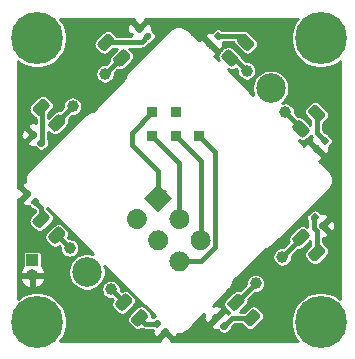
<source format=gbr>
%TF.GenerationSoftware,KiCad,Pcbnew,(5.1.6)-1*%
%TF.CreationDate,2021-01-25T18:01:45+00:00*%
%TF.ProjectId,Illum,496c6c75-6d2e-46b6-9963-61645f706362,rev?*%
%TF.SameCoordinates,Original*%
%TF.FileFunction,Copper,L1,Top*%
%TF.FilePolarity,Positive*%
%FSLAX46Y46*%
G04 Gerber Fmt 4.6, Leading zero omitted, Abs format (unit mm)*
G04 Created by KiCad (PCBNEW (5.1.6)-1) date 2021-01-25 18:01:45*
%MOMM*%
%LPD*%
G01*
G04 APERTURE LIST*
%TA.AperFunction,ComponentPad*%
%ADD10R,0.850000X0.850000*%
%TD*%
%TA.AperFunction,ComponentPad*%
%ADD11O,1.000000X1.000000*%
%TD*%
%TA.AperFunction,ComponentPad*%
%ADD12R,1.000000X1.000000*%
%TD*%
%TA.AperFunction,ComponentPad*%
%ADD13C,0.100000*%
%TD*%
%TA.AperFunction,ComponentPad*%
%ADD14C,0.700000*%
%TD*%
%TA.AperFunction,ComponentPad*%
%ADD15C,4.400000*%
%TD*%
%TA.AperFunction,WasherPad*%
%ADD16C,2.500000*%
%TD*%
%TA.AperFunction,ViaPad*%
%ADD17C,1.000000*%
%TD*%
%TA.AperFunction,Conductor*%
%ADD18C,0.400000*%
%TD*%
%TA.AperFunction,Conductor*%
%ADD19C,0.250000*%
%TD*%
%TA.AperFunction,Conductor*%
%ADD20C,0.254000*%
%TD*%
G04 APERTURE END LIST*
D10*
%TO.P,TP5,1*%
%TO.N,/VCC*%
X115750000Y-102250000D03*
%TD*%
%TO.P,TP4,1*%
%TO.N,/RST*%
X113750000Y-102250000D03*
%TD*%
%TO.P,TP3,1*%
%TO.N,/SCLK*%
X111750000Y-102250000D03*
%TD*%
%TO.P,TP2,1*%
%TO.N,GND*%
X113750000Y-100250000D03*
%TD*%
%TO.P,TP1,1*%
%TO.N,/MISO*%
X111750000Y-100250000D03*
%TD*%
D11*
%TO.P,J1,2*%
%TO.N,/V_In*%
X101600000Y-114070000D03*
D12*
%TO.P,J1,1*%
%TO.N,GND*%
X101600000Y-112800000D03*
%TD*%
%TO.P,J2,6*%
%TO.N,/VCC*%
%TA.AperFunction,ComponentPad*%
G36*
G01*
X114647092Y-112287113D02*
X114647092Y-112287113D01*
G75*
G02*
X114647092Y-113489195I-601041J-601041D01*
G01*
X114647092Y-113489195D01*
G75*
G02*
X113445010Y-113489195I-601041J601041D01*
G01*
X113445010Y-113489195D01*
G75*
G02*
X113445010Y-112287113I601041J601041D01*
G01*
X113445010Y-112287113D01*
G75*
G02*
X114647092Y-112287113I601041J-601041D01*
G01*
G37*
%TD.AperFunction*%
%TO.P,J2,5*%
%TO.N,/RST*%
%TA.AperFunction,ComponentPad*%
G36*
G01*
X116443143Y-110491061D02*
X116443143Y-110491061D01*
G75*
G02*
X116443143Y-111693143I-601041J-601041D01*
G01*
X116443143Y-111693143D01*
G75*
G02*
X115241061Y-111693143I-601041J601041D01*
G01*
X115241061Y-111693143D01*
G75*
G02*
X115241061Y-110491061I601041J601041D01*
G01*
X115241061Y-110491061D01*
G75*
G02*
X116443143Y-110491061I601041J-601041D01*
G01*
G37*
%TD.AperFunction*%
%TO.P,J2,4*%
%TO.N,Net-(J2-Pad4)*%
%TA.AperFunction,ComponentPad*%
G36*
G01*
X112851041Y-110491061D02*
X112851041Y-110491061D01*
G75*
G02*
X112851041Y-111693143I-601041J-601041D01*
G01*
X112851041Y-111693143D01*
G75*
G02*
X111648959Y-111693143I-601041J601041D01*
G01*
X111648959Y-111693143D01*
G75*
G02*
X111648959Y-110491061I601041J601041D01*
G01*
X111648959Y-110491061D01*
G75*
G02*
X112851041Y-110491061I601041J-601041D01*
G01*
G37*
%TD.AperFunction*%
%TO.P,J2,3*%
%TO.N,/SCLK*%
%TA.AperFunction,ComponentPad*%
G36*
G01*
X114647092Y-108695010D02*
X114647092Y-108695010D01*
G75*
G02*
X114647092Y-109897092I-601041J-601041D01*
G01*
X114647092Y-109897092D01*
G75*
G02*
X113445010Y-109897092I-601041J601041D01*
G01*
X113445010Y-109897092D01*
G75*
G02*
X113445010Y-108695010I601041J601041D01*
G01*
X113445010Y-108695010D01*
G75*
G02*
X114647092Y-108695010I601041J-601041D01*
G01*
G37*
%TD.AperFunction*%
%TO.P,J2,2*%
%TO.N,GND*%
%TA.AperFunction,ComponentPad*%
G36*
G01*
X111054990Y-108695010D02*
X111054990Y-108695010D01*
G75*
G02*
X111054990Y-109897092I-601041J-601041D01*
G01*
X111054990Y-109897092D01*
G75*
G02*
X109852908Y-109897092I-601041J601041D01*
G01*
X109852908Y-109897092D01*
G75*
G02*
X109852908Y-108695010I601041J601041D01*
G01*
X109852908Y-108695010D01*
G75*
G02*
X111054990Y-108695010I601041J-601041D01*
G01*
G37*
%TD.AperFunction*%
%TA.AperFunction,ComponentPad*%
D13*
%TO.P,J2,1*%
%TO.N,/MISO*%
G36*
X112250000Y-106297918D02*
G01*
X113452082Y-107500000D01*
X112250000Y-108702082D01*
X111047918Y-107500000D01*
X112250000Y-106297918D01*
G37*
%TD.AperFunction*%
%TD*%
%TO.P,R8,2*%
%TO.N,/V_In*%
%TA.AperFunction,SMDPad,CuDef*%
G36*
G01*
X117487625Y-117743674D02*
X117243673Y-117987625D01*
G75*
G02*
X117035077Y-117987625I-104298J104298D01*
G01*
X116826481Y-117779029D01*
G75*
G02*
X116826481Y-117570433I104298J104298D01*
G01*
X117070433Y-117326481D01*
G75*
G02*
X117279029Y-117326481I104298J-104298D01*
G01*
X117487625Y-117535077D01*
G75*
G02*
X117487625Y-117743673I-104298J-104298D01*
G01*
G37*
%TD.AperFunction*%
%TO.P,R8,1*%
%TO.N,Net-(D8-Pad2)*%
%TA.AperFunction,SMDPad,CuDef*%
G36*
G01*
X118173519Y-118429568D02*
X117929567Y-118673519D01*
G75*
G02*
X117720971Y-118673519I-104298J104298D01*
G01*
X117512375Y-118464923D01*
G75*
G02*
X117512375Y-118256327I104298J104298D01*
G01*
X117756327Y-118012375D01*
G75*
G02*
X117964923Y-118012375I104298J-104298D01*
G01*
X118173519Y-118220971D01*
G75*
G02*
X118173519Y-118429567I-104298J-104298D01*
G01*
G37*
%TD.AperFunction*%
%TD*%
%TO.P,R7,2*%
%TO.N,/V_In*%
%TA.AperFunction,SMDPad,CuDef*%
G36*
G01*
X125855322Y-109756326D02*
X126099274Y-109512375D01*
G75*
G02*
X126307870Y-109512375I104298J-104298D01*
G01*
X126516466Y-109720971D01*
G75*
G02*
X126516466Y-109929567I-104298J-104298D01*
G01*
X126272514Y-110173519D01*
G75*
G02*
X126063918Y-110173519I-104298J104298D01*
G01*
X125855322Y-109964923D01*
G75*
G02*
X125855322Y-109756327I104298J104298D01*
G01*
G37*
%TD.AperFunction*%
%TO.P,R7,1*%
%TO.N,Net-(D7-Pad2)*%
%TA.AperFunction,SMDPad,CuDef*%
G36*
G01*
X125169428Y-109070432D02*
X125413380Y-108826481D01*
G75*
G02*
X125621976Y-108826481I104298J-104298D01*
G01*
X125830572Y-109035077D01*
G75*
G02*
X125830572Y-109243673I-104298J-104298D01*
G01*
X125586620Y-109487625D01*
G75*
G02*
X125378024Y-109487625I-104298J104298D01*
G01*
X125169428Y-109279029D01*
G75*
G02*
X125169428Y-109070433I104298J104298D01*
G01*
G37*
%TD.AperFunction*%
%TD*%
%TO.P,D8,2*%
%TO.N,Net-(D8-Pad2)*%
%TA.AperFunction,SMDPad,CuDef*%
G36*
G01*
X119495581Y-117640816D02*
X120140816Y-116995581D01*
G75*
G02*
X120485530Y-116995581I172357J-172357D01*
G01*
X120830245Y-117340296D01*
G75*
G02*
X120830245Y-117685010I-172357J-172357D01*
G01*
X120185010Y-118330245D01*
G75*
G02*
X119840296Y-118330245I-172357J172357D01*
G01*
X119495581Y-117985530D01*
G75*
G02*
X119495581Y-117640816I172357J172357D01*
G01*
G37*
%TD.AperFunction*%
%TO.P,D8,1*%
%TO.N,GND*%
%TA.AperFunction,SMDPad,CuDef*%
G36*
G01*
X118169755Y-116314990D02*
X118814990Y-115669755D01*
G75*
G02*
X119159704Y-115669755I172357J-172357D01*
G01*
X119504419Y-116014470D01*
G75*
G02*
X119504419Y-116359184I-172357J-172357D01*
G01*
X118859184Y-117004419D01*
G75*
G02*
X118514470Y-117004419I-172357J172357D01*
G01*
X118169755Y-116659704D01*
G75*
G02*
X118169755Y-116314990I172357J172357D01*
G01*
G37*
%TD.AperFunction*%
%TD*%
%TO.P,D7,2*%
%TO.N,Net-(D7-Pad2)*%
%TA.AperFunction,SMDPad,CuDef*%
G36*
G01*
X124995581Y-112140816D02*
X125640816Y-111495581D01*
G75*
G02*
X125985530Y-111495581I172357J-172357D01*
G01*
X126330245Y-111840296D01*
G75*
G02*
X126330245Y-112185010I-172357J-172357D01*
G01*
X125685010Y-112830245D01*
G75*
G02*
X125340296Y-112830245I-172357J172357D01*
G01*
X124995581Y-112485530D01*
G75*
G02*
X124995581Y-112140816I172357J172357D01*
G01*
G37*
%TD.AperFunction*%
%TO.P,D7,1*%
%TO.N,GND*%
%TA.AperFunction,SMDPad,CuDef*%
G36*
G01*
X123669755Y-110814990D02*
X124314990Y-110169755D01*
G75*
G02*
X124659704Y-110169755I172357J-172357D01*
G01*
X125004419Y-110514470D01*
G75*
G02*
X125004419Y-110859184I-172357J-172357D01*
G01*
X124359184Y-111504419D01*
G75*
G02*
X124014470Y-111504419I-172357J172357D01*
G01*
X123669755Y-111159704D01*
G75*
G02*
X123669755Y-110814990I172357J172357D01*
G01*
G37*
%TD.AperFunction*%
%TD*%
%TO.P,D6,2*%
%TO.N,Net-(D6-Pad2)*%
%TA.AperFunction,SMDPad,CuDef*%
G36*
G01*
X125640816Y-101004419D02*
X124995581Y-100359184D01*
G75*
G02*
X124995581Y-100014470I172357J172357D01*
G01*
X125340296Y-99669755D01*
G75*
G02*
X125685010Y-99669755I172357J-172357D01*
G01*
X126330245Y-100314990D01*
G75*
G02*
X126330245Y-100659704I-172357J-172357D01*
G01*
X125985530Y-101004419D01*
G75*
G02*
X125640816Y-101004419I-172357J172357D01*
G01*
G37*
%TD.AperFunction*%
%TO.P,D6,1*%
%TO.N,GND*%
%TA.AperFunction,SMDPad,CuDef*%
G36*
G01*
X124314990Y-102330245D02*
X123669755Y-101685010D01*
G75*
G02*
X123669755Y-101340296I172357J172357D01*
G01*
X124014470Y-100995581D01*
G75*
G02*
X124359184Y-100995581I172357J-172357D01*
G01*
X125004419Y-101640816D01*
G75*
G02*
X125004419Y-101985530I-172357J-172357D01*
G01*
X124659704Y-102330245D01*
G75*
G02*
X124314990Y-102330245I-172357J172357D01*
G01*
G37*
%TD.AperFunction*%
%TD*%
%TO.P,D5,2*%
%TO.N,Net-(D5-Pad2)*%
%TA.AperFunction,SMDPad,CuDef*%
G36*
G01*
X119640816Y-95004419D02*
X118995581Y-94359184D01*
G75*
G02*
X118995581Y-94014470I172357J172357D01*
G01*
X119340296Y-93669755D01*
G75*
G02*
X119685010Y-93669755I172357J-172357D01*
G01*
X120330245Y-94314990D01*
G75*
G02*
X120330245Y-94659704I-172357J-172357D01*
G01*
X119985530Y-95004419D01*
G75*
G02*
X119640816Y-95004419I-172357J172357D01*
G01*
G37*
%TD.AperFunction*%
%TO.P,D5,1*%
%TO.N,GND*%
%TA.AperFunction,SMDPad,CuDef*%
G36*
G01*
X118314990Y-96330245D02*
X117669755Y-95685010D01*
G75*
G02*
X117669755Y-95340296I172357J172357D01*
G01*
X118014470Y-94995581D01*
G75*
G02*
X118359184Y-94995581I172357J-172357D01*
G01*
X119004419Y-95640816D01*
G75*
G02*
X119004419Y-95985530I-172357J-172357D01*
G01*
X118659704Y-96330245D01*
G75*
G02*
X118314990Y-96330245I-172357J172357D01*
G01*
G37*
%TD.AperFunction*%
%TD*%
%TO.P,D4,2*%
%TO.N,Net-(D4-Pad2)*%
%TA.AperFunction,SMDPad,CuDef*%
G36*
G01*
X109995581Y-117640816D02*
X110640816Y-116995581D01*
G75*
G02*
X110985530Y-116995581I172357J-172357D01*
G01*
X111330245Y-117340296D01*
G75*
G02*
X111330245Y-117685010I-172357J-172357D01*
G01*
X110685010Y-118330245D01*
G75*
G02*
X110340296Y-118330245I-172357J172357D01*
G01*
X109995581Y-117985530D01*
G75*
G02*
X109995581Y-117640816I172357J172357D01*
G01*
G37*
%TD.AperFunction*%
%TO.P,D4,1*%
%TO.N,GND*%
%TA.AperFunction,SMDPad,CuDef*%
G36*
G01*
X108669755Y-116314990D02*
X109314990Y-115669755D01*
G75*
G02*
X109659704Y-115669755I172357J-172357D01*
G01*
X110004419Y-116014470D01*
G75*
G02*
X110004419Y-116359184I-172357J-172357D01*
G01*
X109359184Y-117004419D01*
G75*
G02*
X109014470Y-117004419I-172357J172357D01*
G01*
X108669755Y-116659704D01*
G75*
G02*
X108669755Y-116314990I172357J172357D01*
G01*
G37*
%TD.AperFunction*%
%TD*%
%TO.P,D3,2*%
%TO.N,Net-(D3-Pad2)*%
%TA.AperFunction,SMDPad,CuDef*%
G36*
G01*
X103004419Y-109359184D02*
X102359184Y-110004419D01*
G75*
G02*
X102014470Y-110004419I-172357J172357D01*
G01*
X101669755Y-109659704D01*
G75*
G02*
X101669755Y-109314990I172357J172357D01*
G01*
X102314990Y-108669755D01*
G75*
G02*
X102659704Y-108669755I172357J-172357D01*
G01*
X103004419Y-109014470D01*
G75*
G02*
X103004419Y-109359184I-172357J-172357D01*
G01*
G37*
%TD.AperFunction*%
%TO.P,D3,1*%
%TO.N,GND*%
%TA.AperFunction,SMDPad,CuDef*%
G36*
G01*
X104330245Y-110685010D02*
X103685010Y-111330245D01*
G75*
G02*
X103340296Y-111330245I-172357J172357D01*
G01*
X102995581Y-110985530D01*
G75*
G02*
X102995581Y-110640816I172357J172357D01*
G01*
X103640816Y-109995581D01*
G75*
G02*
X103985530Y-109995581I172357J-172357D01*
G01*
X104330245Y-110340296D01*
G75*
G02*
X104330245Y-110685010I-172357J-172357D01*
G01*
G37*
%TD.AperFunction*%
%TD*%
%TO.P,D2,2*%
%TO.N,Net-(D2-Pad2)*%
%TA.AperFunction,SMDPad,CuDef*%
G36*
G01*
X103004419Y-99859184D02*
X102359184Y-100504419D01*
G75*
G02*
X102014470Y-100504419I-172357J172357D01*
G01*
X101669755Y-100159704D01*
G75*
G02*
X101669755Y-99814990I172357J172357D01*
G01*
X102314990Y-99169755D01*
G75*
G02*
X102659704Y-99169755I172357J-172357D01*
G01*
X103004419Y-99514470D01*
G75*
G02*
X103004419Y-99859184I-172357J-172357D01*
G01*
G37*
%TD.AperFunction*%
%TO.P,D2,1*%
%TO.N,GND*%
%TA.AperFunction,SMDPad,CuDef*%
G36*
G01*
X104330245Y-101185010D02*
X103685010Y-101830245D01*
G75*
G02*
X103340296Y-101830245I-172357J172357D01*
G01*
X102995581Y-101485530D01*
G75*
G02*
X102995581Y-101140816I172357J172357D01*
G01*
X103640816Y-100495581D01*
G75*
G02*
X103985530Y-100495581I172357J-172357D01*
G01*
X104330245Y-100840296D01*
G75*
G02*
X104330245Y-101185010I-172357J-172357D01*
G01*
G37*
%TD.AperFunction*%
%TD*%
D14*
%TO.P,H4,1*%
%TO.N,N/C*%
X127166726Y-116833274D03*
X126000000Y-116350000D03*
X124833274Y-116833274D03*
X124350000Y-118000000D03*
X124833274Y-119166726D03*
X126000000Y-119650000D03*
X127166726Y-119166726D03*
X127650000Y-118000000D03*
D15*
X126000000Y-118000000D03*
%TD*%
D14*
%TO.P,H3,1*%
%TO.N,N/C*%
X103166726Y-116833274D03*
X102000000Y-116350000D03*
X100833274Y-116833274D03*
X100350000Y-118000000D03*
X100833274Y-119166726D03*
X102000000Y-119650000D03*
X103166726Y-119166726D03*
X103650000Y-118000000D03*
D15*
X102000000Y-118000000D03*
%TD*%
D14*
%TO.P,H2,1*%
%TO.N,N/C*%
X127166726Y-92833274D03*
X126000000Y-92350000D03*
X124833274Y-92833274D03*
X124350000Y-94000000D03*
X124833274Y-95166726D03*
X126000000Y-95650000D03*
X127166726Y-95166726D03*
X127650000Y-94000000D03*
D15*
X126000000Y-94000000D03*
%TD*%
D14*
%TO.P,H1,1*%
%TO.N,N/C*%
X103166726Y-92833274D03*
X102000000Y-92350000D03*
X100833274Y-92833274D03*
X100350000Y-94000000D03*
X100833274Y-95166726D03*
X102000000Y-95650000D03*
X103166726Y-95166726D03*
X103650000Y-94000000D03*
D15*
X102000000Y-94000000D03*
%TD*%
%TO.P,D1,2*%
%TO.N,Net-(D1-Pad2)*%
%TA.AperFunction,SMDPad,CuDef*%
G36*
G01*
X108504419Y-94359184D02*
X107859184Y-95004419D01*
G75*
G02*
X107514470Y-95004419I-172357J172357D01*
G01*
X107169755Y-94659704D01*
G75*
G02*
X107169755Y-94314990I172357J172357D01*
G01*
X107814990Y-93669755D01*
G75*
G02*
X108159704Y-93669755I172357J-172357D01*
G01*
X108504419Y-94014470D01*
G75*
G02*
X108504419Y-94359184I-172357J-172357D01*
G01*
G37*
%TD.AperFunction*%
%TO.P,D1,1*%
%TO.N,GND*%
%TA.AperFunction,SMDPad,CuDef*%
G36*
G01*
X109830245Y-95685010D02*
X109185010Y-96330245D01*
G75*
G02*
X108840296Y-96330245I-172357J172357D01*
G01*
X108495581Y-95985530D01*
G75*
G02*
X108495581Y-95640816I172357J172357D01*
G01*
X109140816Y-94995581D01*
G75*
G02*
X109485530Y-94995581I172357J-172357D01*
G01*
X109830245Y-95340296D01*
G75*
G02*
X109830245Y-95685010I-172357J-172357D01*
G01*
G37*
%TD.AperFunction*%
%TD*%
D16*
%TO.P,U1,*%
%TO.N,*%
X121778175Y-98221825D03*
X106221825Y-113778175D03*
%TD*%
%TO.P,R6,2*%
%TO.N,/V_In*%
%TA.AperFunction,SMDPad,CuDef*%
G36*
G01*
X125743674Y-103012375D02*
X125987625Y-103256327D01*
G75*
G02*
X125987625Y-103464923I-104298J-104298D01*
G01*
X125779029Y-103673519D01*
G75*
G02*
X125570433Y-103673519I-104298J104298D01*
G01*
X125326481Y-103429567D01*
G75*
G02*
X125326481Y-103220971I104298J104298D01*
G01*
X125535077Y-103012375D01*
G75*
G02*
X125743673Y-103012375I104298J-104298D01*
G01*
G37*
%TD.AperFunction*%
%TO.P,R6,1*%
%TO.N,Net-(D6-Pad2)*%
%TA.AperFunction,SMDPad,CuDef*%
G36*
G01*
X126429568Y-102326481D02*
X126673519Y-102570433D01*
G75*
G02*
X126673519Y-102779029I-104298J-104298D01*
G01*
X126464923Y-102987625D01*
G75*
G02*
X126256327Y-102987625I-104298J104298D01*
G01*
X126012375Y-102743673D01*
G75*
G02*
X126012375Y-102535077I104298J104298D01*
G01*
X126220971Y-102326481D01*
G75*
G02*
X126429567Y-102326481I104298J-104298D01*
G01*
G37*
%TD.AperFunction*%
%TD*%
%TO.P,R5,2*%
%TO.N,/V_In*%
%TA.AperFunction,SMDPad,CuDef*%
G36*
G01*
X116743674Y-94169428D02*
X116987625Y-94413380D01*
G75*
G02*
X116987625Y-94621976I-104298J-104298D01*
G01*
X116779029Y-94830572D01*
G75*
G02*
X116570433Y-94830572I-104298J104298D01*
G01*
X116326481Y-94586620D01*
G75*
G02*
X116326481Y-94378024I104298J104298D01*
G01*
X116535077Y-94169428D01*
G75*
G02*
X116743673Y-94169428I104298J-104298D01*
G01*
G37*
%TD.AperFunction*%
%TO.P,R5,1*%
%TO.N,Net-(D5-Pad2)*%
%TA.AperFunction,SMDPad,CuDef*%
G36*
G01*
X117429568Y-93483534D02*
X117673519Y-93727486D01*
G75*
G02*
X117673519Y-93936082I-104298J-104298D01*
G01*
X117464923Y-94144678D01*
G75*
G02*
X117256327Y-94144678I-104298J104298D01*
G01*
X117012375Y-93900726D01*
G75*
G02*
X117012375Y-93692130I104298J104298D01*
G01*
X117220971Y-93483534D01*
G75*
G02*
X117429567Y-93483534I104298J-104298D01*
G01*
G37*
%TD.AperFunction*%
%TD*%
%TO.P,R4,2*%
%TO.N,/V_In*%
%TA.AperFunction,SMDPad,CuDef*%
G36*
G01*
X112512375Y-118756326D02*
X112756327Y-118512375D01*
G75*
G02*
X112964923Y-118512375I104298J-104298D01*
G01*
X113173519Y-118720971D01*
G75*
G02*
X113173519Y-118929567I-104298J-104298D01*
G01*
X112929567Y-119173519D01*
G75*
G02*
X112720971Y-119173519I-104298J104298D01*
G01*
X112512375Y-118964923D01*
G75*
G02*
X112512375Y-118756327I104298J104298D01*
G01*
G37*
%TD.AperFunction*%
%TO.P,R4,1*%
%TO.N,Net-(D4-Pad2)*%
%TA.AperFunction,SMDPad,CuDef*%
G36*
G01*
X111826481Y-118070432D02*
X112070433Y-117826481D01*
G75*
G02*
X112279029Y-117826481I104298J-104298D01*
G01*
X112487625Y-118035077D01*
G75*
G02*
X112487625Y-118243673I-104298J-104298D01*
G01*
X112243673Y-118487625D01*
G75*
G02*
X112035077Y-118487625I-104298J104298D01*
G01*
X111826481Y-118279029D01*
G75*
G02*
X111826481Y-118070433I104298J104298D01*
G01*
G37*
%TD.AperFunction*%
%TD*%
%TO.P,R3,2*%
%TO.N,/V_In*%
%TA.AperFunction,SMDPad,CuDef*%
G36*
G01*
X101487625Y-107243674D02*
X101243673Y-107487625D01*
G75*
G02*
X101035077Y-107487625I-104298J104298D01*
G01*
X100826481Y-107279029D01*
G75*
G02*
X100826481Y-107070433I104298J104298D01*
G01*
X101070433Y-106826481D01*
G75*
G02*
X101279029Y-106826481I104298J-104298D01*
G01*
X101487625Y-107035077D01*
G75*
G02*
X101487625Y-107243673I-104298J-104298D01*
G01*
G37*
%TD.AperFunction*%
%TO.P,R3,1*%
%TO.N,Net-(D3-Pad2)*%
%TA.AperFunction,SMDPad,CuDef*%
G36*
G01*
X102173519Y-107929568D02*
X101929567Y-108173519D01*
G75*
G02*
X101720971Y-108173519I-104298J104298D01*
G01*
X101512375Y-107964923D01*
G75*
G02*
X101512375Y-107756327I104298J104298D01*
G01*
X101756327Y-107512375D01*
G75*
G02*
X101964923Y-107512375I104298J-104298D01*
G01*
X102173519Y-107720971D01*
G75*
G02*
X102173519Y-107929567I-104298J-104298D01*
G01*
G37*
%TD.AperFunction*%
%TD*%
%TO.P,R2,2*%
%TO.N,/V_In*%
%TA.AperFunction,SMDPad,CuDef*%
G36*
G01*
X101987625Y-102243674D02*
X101743673Y-102487625D01*
G75*
G02*
X101535077Y-102487625I-104298J104298D01*
G01*
X101326481Y-102279029D01*
G75*
G02*
X101326481Y-102070433I104298J104298D01*
G01*
X101570433Y-101826481D01*
G75*
G02*
X101779029Y-101826481I104298J-104298D01*
G01*
X101987625Y-102035077D01*
G75*
G02*
X101987625Y-102243673I-104298J-104298D01*
G01*
G37*
%TD.AperFunction*%
%TO.P,R2,1*%
%TO.N,Net-(D2-Pad2)*%
%TA.AperFunction,SMDPad,CuDef*%
G36*
G01*
X102673519Y-102929568D02*
X102429567Y-103173519D01*
G75*
G02*
X102220971Y-103173519I-104298J104298D01*
G01*
X102012375Y-102964923D01*
G75*
G02*
X102012375Y-102756327I104298J104298D01*
G01*
X102256327Y-102512375D01*
G75*
G02*
X102464923Y-102512375I104298J-104298D01*
G01*
X102673519Y-102720971D01*
G75*
G02*
X102673519Y-102929567I-104298J-104298D01*
G01*
G37*
%TD.AperFunction*%
%TD*%
%TO.P,R1,2*%
%TO.N,/V_In*%
%TA.AperFunction,SMDPad,CuDef*%
G36*
G01*
X110987625Y-93243674D02*
X110743673Y-93487625D01*
G75*
G02*
X110535077Y-93487625I-104298J104298D01*
G01*
X110326481Y-93279029D01*
G75*
G02*
X110326481Y-93070433I104298J104298D01*
G01*
X110570433Y-92826481D01*
G75*
G02*
X110779029Y-92826481I104298J-104298D01*
G01*
X110987625Y-93035077D01*
G75*
G02*
X110987625Y-93243673I-104298J-104298D01*
G01*
G37*
%TD.AperFunction*%
%TO.P,R1,1*%
%TO.N,Net-(D1-Pad2)*%
%TA.AperFunction,SMDPad,CuDef*%
G36*
G01*
X111673519Y-93929568D02*
X111429567Y-94173519D01*
G75*
G02*
X111220971Y-94173519I-104298J104298D01*
G01*
X111012375Y-93964923D01*
G75*
G02*
X111012375Y-93756327I104298J104298D01*
G01*
X111256327Y-93512375D01*
G75*
G02*
X111464923Y-93512375I104298J-104298D01*
G01*
X111673519Y-93720971D01*
G75*
G02*
X111673519Y-93929567I-104298J-104298D01*
G01*
G37*
%TD.AperFunction*%
%TD*%
D17*
%TO.N,GND*%
X122750000Y-112500000D03*
X120500000Y-114750000D03*
X108250000Y-115250000D03*
X104750000Y-111750000D03*
X105000000Y-99750000D03*
X107750000Y-97000000D03*
X119750000Y-96750000D03*
X123000000Y-100250000D03*
%TD*%
D18*
%TO.N,Net-(D1-Pad2)*%
X110848807Y-94337087D02*
X111342947Y-93842947D01*
X107837087Y-94337087D02*
X110848807Y-94337087D01*
D19*
%TO.N,/VCC*%
X115842102Y-102342102D02*
X115750000Y-102250000D01*
D18*
%TO.N,GND*%
X124337087Y-110837087D02*
X124337087Y-110912913D01*
X124337087Y-110912913D02*
X122750000Y-112500000D01*
X118837087Y-116337087D02*
X118912913Y-116337087D01*
X118912913Y-116337087D02*
X120500000Y-114750000D01*
X109337087Y-116337087D02*
X108250000Y-115250000D01*
X103662913Y-110662913D02*
X104750000Y-111750000D01*
X103662913Y-101162913D02*
X103662913Y-101087087D01*
X103662913Y-101087087D02*
X105000000Y-99750000D01*
X109162913Y-95662913D02*
X109087087Y-95662913D01*
X109087087Y-95662913D02*
X107750000Y-97000000D01*
X118337087Y-95662913D02*
X118662913Y-95662913D01*
X118662913Y-95662913D02*
X119750000Y-96750000D01*
X124337087Y-101662913D02*
X124337087Y-101587087D01*
X124337087Y-101587087D02*
X123000000Y-100250000D01*
%TO.N,Net-(D2-Pad2)*%
X102430837Y-99930837D02*
X102337087Y-99837087D01*
X102342947Y-102842947D02*
X102430837Y-102755057D01*
X102430837Y-102755057D02*
X102430837Y-99930837D01*
%TO.N,Net-(D3-Pad2)*%
X102337087Y-108337087D02*
X101842947Y-107842947D01*
X102337087Y-109337087D02*
X102337087Y-108337087D01*
%TO.N,Net-(D4-Pad2)*%
X111157053Y-118157053D02*
X110662913Y-117662913D01*
X112157053Y-118157053D02*
X111157053Y-118157053D01*
%TO.N,Net-(D5-Pad2)*%
X119139932Y-93814106D02*
X119662913Y-94337087D01*
X117342947Y-93814106D02*
X119139932Y-93814106D01*
%TO.N,Net-(D6-Pad2)*%
X125662913Y-101977019D02*
X126342947Y-102657053D01*
X125662913Y-100337087D02*
X125662913Y-101977019D01*
%TO.N,Net-(D7-Pad2)*%
X125412110Y-109244943D02*
X125500000Y-109157053D01*
X125412110Y-110087411D02*
X125412110Y-109244943D01*
X125662913Y-112162913D02*
X125662913Y-110338214D01*
X125662913Y-110338214D02*
X125412110Y-110087411D01*
%TO.N,Net-(D8-Pad2)*%
X118522981Y-117662913D02*
X117842947Y-118342947D01*
X120162913Y-117662913D02*
X118522981Y-117662913D01*
%TO.N,/VCC*%
X117092103Y-111692103D02*
X117092103Y-103592103D01*
X114046051Y-112888154D02*
X115896052Y-112888154D01*
X117092103Y-103592103D02*
X115750000Y-102250000D01*
X115896052Y-112888154D02*
X117092103Y-111692103D01*
%TO.N,/RST*%
X115842102Y-104342102D02*
X113750000Y-102250000D01*
X115842102Y-111092102D02*
X115842102Y-104342102D01*
%TO.N,/SCLK*%
X114046051Y-104546051D02*
X111750000Y-102250000D01*
X114046051Y-109296051D02*
X114046051Y-104546051D01*
D19*
%TO.N,/MISO*%
X112250000Y-107500000D02*
X112851041Y-106898959D01*
D18*
X112250000Y-107500000D02*
X112250000Y-105250000D01*
X112250000Y-105250000D02*
X110000000Y-103000000D01*
X110000000Y-102000000D02*
X111750000Y-100250000D01*
X110000000Y-103000000D02*
X110000000Y-102000000D01*
%TD*%
D20*
%TO.N,/V_In*%
G36*
X110201499Y-92521894D02*
G01*
X110657053Y-92977448D01*
X111130284Y-92504217D01*
X111130284Y-92377000D01*
X124049282Y-92377000D01*
X124037151Y-92389131D01*
X123760602Y-92803017D01*
X123570111Y-93262901D01*
X123473000Y-93751112D01*
X123473000Y-94248888D01*
X123570111Y-94737099D01*
X123760602Y-95196983D01*
X124037151Y-95610869D01*
X124389131Y-95962849D01*
X124803017Y-96239398D01*
X125262901Y-96429889D01*
X125751112Y-96527000D01*
X126248888Y-96527000D01*
X126737099Y-96429889D01*
X127196983Y-96239398D01*
X127610869Y-95962849D01*
X127623000Y-95950718D01*
X127623001Y-116049283D01*
X127610869Y-116037151D01*
X127196983Y-115760602D01*
X126737099Y-115570111D01*
X126248888Y-115473000D01*
X125751112Y-115473000D01*
X125262901Y-115570111D01*
X124803017Y-115760602D01*
X124389131Y-116037151D01*
X124037151Y-116389131D01*
X123760602Y-116803017D01*
X123570111Y-117262901D01*
X123473000Y-117751112D01*
X123473000Y-118248888D01*
X123570111Y-118737099D01*
X123760602Y-119196983D01*
X124037151Y-119610869D01*
X124049282Y-119623000D01*
X113298501Y-119623000D01*
X113298501Y-119478106D01*
X112842947Y-119022552D01*
X112369716Y-119495783D01*
X112369716Y-119623000D01*
X103950718Y-119623000D01*
X103962849Y-119610869D01*
X104239398Y-119196983D01*
X104429889Y-118737099D01*
X104527000Y-118248888D01*
X104527000Y-117751112D01*
X104429889Y-117262901D01*
X104239398Y-116803017D01*
X103962849Y-116389131D01*
X103610869Y-116037151D01*
X103196983Y-115760602D01*
X102737099Y-115570111D01*
X102248888Y-115473000D01*
X101751112Y-115473000D01*
X101262901Y-115570111D01*
X100803017Y-115760602D01*
X100389131Y-116037151D01*
X100377000Y-116049282D01*
X100377000Y-114371874D01*
X100505881Y-114371874D01*
X100522554Y-114426864D01*
X100612877Y-114630206D01*
X100741135Y-114812020D01*
X100902399Y-114965318D01*
X101090471Y-115084210D01*
X101298124Y-115164126D01*
X101473000Y-115039129D01*
X101473000Y-114197000D01*
X101727000Y-114197000D01*
X101727000Y-115039129D01*
X101901876Y-115164126D01*
X102109529Y-115084210D01*
X102297601Y-114965318D01*
X102458865Y-114812020D01*
X102587123Y-114630206D01*
X102677446Y-114426864D01*
X102694119Y-114371874D01*
X102567954Y-114197000D01*
X101727000Y-114197000D01*
X101473000Y-114197000D01*
X100632046Y-114197000D01*
X100505881Y-114371874D01*
X100377000Y-114371874D01*
X100377000Y-113768126D01*
X100505881Y-113768126D01*
X100632046Y-113943000D01*
X101473000Y-113943000D01*
X101473000Y-113923000D01*
X101727000Y-113923000D01*
X101727000Y-113943000D01*
X102567954Y-113943000D01*
X102694119Y-113768126D01*
X102677446Y-113713136D01*
X102587123Y-113509794D01*
X102458865Y-113327980D01*
X102428582Y-113299193D01*
X102428582Y-112300000D01*
X102422268Y-112235897D01*
X102403570Y-112174257D01*
X102373206Y-112117450D01*
X102332343Y-112067657D01*
X102282550Y-112026794D01*
X102225743Y-111996430D01*
X102164103Y-111977732D01*
X102100000Y-111971418D01*
X101100000Y-111971418D01*
X101035897Y-111977732D01*
X100974257Y-111996430D01*
X100917450Y-112026794D01*
X100867657Y-112067657D01*
X100826794Y-112117450D01*
X100796430Y-112174257D01*
X100777732Y-112235897D01*
X100771418Y-112300000D01*
X100771418Y-113299193D01*
X100741135Y-113327980D01*
X100612877Y-113509794D01*
X100522554Y-113713136D01*
X100505881Y-113768126D01*
X100377000Y-113768126D01*
X100377000Y-110813173D01*
X102595606Y-110813173D01*
X102606603Y-110924829D01*
X102639172Y-111032195D01*
X102692061Y-111131144D01*
X102763238Y-111217873D01*
X103107953Y-111562588D01*
X103194682Y-111633765D01*
X103293631Y-111686654D01*
X103400997Y-111719223D01*
X103512653Y-111730220D01*
X103624309Y-111719223D01*
X103731675Y-111686654D01*
X103830624Y-111633765D01*
X103862399Y-111607688D01*
X103923043Y-111668332D01*
X103923000Y-111668548D01*
X103923000Y-111831452D01*
X103954782Y-111991227D01*
X104017123Y-112141731D01*
X104107628Y-112277181D01*
X104222819Y-112392372D01*
X104358269Y-112482877D01*
X104508773Y-112545218D01*
X104668548Y-112577000D01*
X104831452Y-112577000D01*
X104991227Y-112545218D01*
X105141731Y-112482877D01*
X105277181Y-112392372D01*
X105392372Y-112277181D01*
X105482877Y-112141731D01*
X105545218Y-111991227D01*
X105577000Y-111831452D01*
X105577000Y-111668548D01*
X105545218Y-111508773D01*
X105482877Y-111358269D01*
X105392372Y-111222819D01*
X105277181Y-111107628D01*
X105141731Y-111017123D01*
X104991227Y-110954782D01*
X104831452Y-110923000D01*
X104668548Y-110923000D01*
X104668332Y-110923043D01*
X104607688Y-110862399D01*
X104633765Y-110830624D01*
X104686654Y-110731675D01*
X104719223Y-110624309D01*
X104730220Y-110512653D01*
X104719223Y-110400997D01*
X104686654Y-110293631D01*
X104633765Y-110194682D01*
X104562588Y-110107953D01*
X104217873Y-109763238D01*
X104131144Y-109692061D01*
X104032195Y-109639172D01*
X103924829Y-109606603D01*
X103813173Y-109595606D01*
X103701517Y-109606603D01*
X103594151Y-109639172D01*
X103495202Y-109692061D01*
X103408473Y-109763238D01*
X102763238Y-110408473D01*
X102692061Y-110495202D01*
X102639172Y-110594151D01*
X102606603Y-110701517D01*
X102595606Y-110813173D01*
X100377000Y-110813173D01*
X100377000Y-107809889D01*
X100683822Y-107809889D01*
X100683822Y-108034396D01*
X100688190Y-108043109D01*
X100784881Y-108122462D01*
X100895196Y-108181426D01*
X101014894Y-108217735D01*
X101139375Y-108229996D01*
X101263857Y-108217735D01*
X101291972Y-108209206D01*
X101488628Y-108405862D01*
X101560772Y-108465069D01*
X101643080Y-108509063D01*
X101732390Y-108536155D01*
X101797254Y-108542544D01*
X101810088Y-108555377D01*
X101810088Y-108709971D01*
X101437412Y-109082647D01*
X101366235Y-109169376D01*
X101313346Y-109268325D01*
X101280777Y-109375691D01*
X101269780Y-109487347D01*
X101280777Y-109599003D01*
X101313346Y-109706369D01*
X101366235Y-109805318D01*
X101437412Y-109892047D01*
X101782127Y-110236762D01*
X101868856Y-110307939D01*
X101967805Y-110360828D01*
X102075171Y-110393397D01*
X102186827Y-110404394D01*
X102298483Y-110393397D01*
X102405849Y-110360828D01*
X102504798Y-110307939D01*
X102591527Y-110236762D01*
X103236762Y-109591527D01*
X103307939Y-109504798D01*
X103360828Y-109405849D01*
X103393397Y-109298483D01*
X103404394Y-109186827D01*
X103393397Y-109075171D01*
X103360828Y-108967805D01*
X103307939Y-108868856D01*
X103236762Y-108782127D01*
X102892047Y-108437412D01*
X102864087Y-108414466D01*
X102864087Y-108397243D01*
X106761718Y-112294874D01*
X106681819Y-112261779D01*
X106377146Y-112201175D01*
X106066504Y-112201175D01*
X105761831Y-112261779D01*
X105474836Y-112380656D01*
X105216546Y-112553239D01*
X104996889Y-112772896D01*
X104824306Y-113031186D01*
X104705429Y-113318181D01*
X104644825Y-113622854D01*
X104644825Y-113933496D01*
X104705429Y-114238169D01*
X104824306Y-114525164D01*
X104996889Y-114783454D01*
X105216546Y-115003111D01*
X105474836Y-115175694D01*
X105761831Y-115294571D01*
X106066504Y-115355175D01*
X106377146Y-115355175D01*
X106681819Y-115294571D01*
X106968814Y-115175694D01*
X106979508Y-115168548D01*
X107423000Y-115168548D01*
X107423000Y-115331452D01*
X107454782Y-115491227D01*
X107517123Y-115641731D01*
X107607628Y-115777181D01*
X107722819Y-115892372D01*
X107858269Y-115982877D01*
X108008773Y-116045218D01*
X108168548Y-116077000D01*
X108331452Y-116077000D01*
X108331668Y-116076957D01*
X108392312Y-116137601D01*
X108366235Y-116169376D01*
X108313346Y-116268325D01*
X108280777Y-116375691D01*
X108269780Y-116487347D01*
X108280777Y-116599003D01*
X108313346Y-116706369D01*
X108366235Y-116805318D01*
X108437412Y-116892047D01*
X108782127Y-117236762D01*
X108868856Y-117307939D01*
X108967805Y-117360828D01*
X109075171Y-117393397D01*
X109186827Y-117404394D01*
X109298483Y-117393397D01*
X109405849Y-117360828D01*
X109504798Y-117307939D01*
X109591527Y-117236762D01*
X110236762Y-116591527D01*
X110307939Y-116504798D01*
X110360828Y-116405849D01*
X110393397Y-116298483D01*
X110404394Y-116186827D01*
X110393397Y-116075171D01*
X110360828Y-115967805D01*
X110307939Y-115868856D01*
X110236762Y-115782127D01*
X109892047Y-115437412D01*
X109805318Y-115366235D01*
X109706369Y-115313346D01*
X109599003Y-115280777D01*
X109487347Y-115269780D01*
X109375691Y-115280777D01*
X109268325Y-115313346D01*
X109169376Y-115366235D01*
X109137601Y-115392312D01*
X109076957Y-115331668D01*
X109077000Y-115331452D01*
X109077000Y-115168548D01*
X109045218Y-115008773D01*
X108982877Y-114858269D01*
X108892372Y-114722819D01*
X108777181Y-114607628D01*
X108641731Y-114517123D01*
X108491227Y-114454782D01*
X108331452Y-114423000D01*
X108168548Y-114423000D01*
X108008773Y-114454782D01*
X107858269Y-114517123D01*
X107722819Y-114607628D01*
X107607628Y-114722819D01*
X107517123Y-114858269D01*
X107454782Y-115008773D01*
X107423000Y-115168548D01*
X106979508Y-115168548D01*
X107227104Y-115003111D01*
X107446761Y-114783454D01*
X107619344Y-114525164D01*
X107738221Y-114238169D01*
X107798825Y-113933496D01*
X107798825Y-113622854D01*
X107738221Y-113318181D01*
X107705126Y-113238283D01*
X111969889Y-117503045D01*
X111910234Y-117534931D01*
X111838090Y-117594138D01*
X111802175Y-117630053D01*
X111717481Y-117630053D01*
X111719223Y-117624309D01*
X111730220Y-117512653D01*
X111719223Y-117400997D01*
X111686654Y-117293631D01*
X111633765Y-117194682D01*
X111562588Y-117107953D01*
X111217873Y-116763238D01*
X111131144Y-116692061D01*
X111032195Y-116639172D01*
X110924829Y-116606603D01*
X110813173Y-116595606D01*
X110701517Y-116606603D01*
X110594151Y-116639172D01*
X110495202Y-116692061D01*
X110408473Y-116763238D01*
X109763238Y-117408473D01*
X109692061Y-117495202D01*
X109639172Y-117594151D01*
X109606603Y-117701517D01*
X109595606Y-117813173D01*
X109606603Y-117924829D01*
X109639172Y-118032195D01*
X109692061Y-118131144D01*
X109763238Y-118217873D01*
X110107953Y-118562588D01*
X110194682Y-118633765D01*
X110293631Y-118686654D01*
X110400997Y-118719223D01*
X110512653Y-118730220D01*
X110624309Y-118719223D01*
X110731675Y-118686654D01*
X110830624Y-118633765D01*
X110870200Y-118601285D01*
X110954403Y-118646292D01*
X111053743Y-118676427D01*
X111131172Y-118684053D01*
X111131174Y-118684053D01*
X111157052Y-118686602D01*
X111182930Y-118684053D01*
X111766819Y-118684053D01*
X111790794Y-118708028D01*
X111782265Y-118736143D01*
X111770004Y-118860625D01*
X111782265Y-118985106D01*
X111818574Y-119104804D01*
X111877538Y-119215119D01*
X111956891Y-119311810D01*
X111965604Y-119316178D01*
X112190111Y-119316178D01*
X112663342Y-118842947D01*
X112649200Y-118828805D01*
X112828805Y-118649200D01*
X112842947Y-118663342D01*
X112857090Y-118649200D01*
X113036695Y-118828805D01*
X113022552Y-118842947D01*
X113478106Y-119298501D01*
X113702612Y-119298501D01*
X113729003Y-119276454D01*
X113808356Y-119179763D01*
X113867320Y-119069449D01*
X113873676Y-119048496D01*
X113969342Y-119057539D01*
X114001238Y-119057428D01*
X114033146Y-119057762D01*
X114038040Y-119057299D01*
X114175336Y-119043353D01*
X114206550Y-119037059D01*
X114237970Y-119031179D01*
X114242680Y-119029774D01*
X114374652Y-118989426D01*
X114404094Y-118977171D01*
X114433726Y-118965319D01*
X114438074Y-118963027D01*
X114559696Y-118897814D01*
X114586172Y-118880089D01*
X114612967Y-118862689D01*
X114616786Y-118859595D01*
X114618828Y-118857918D01*
X114644969Y-118849988D01*
X114710463Y-118814980D01*
X114753484Y-118779674D01*
X115223269Y-118309889D01*
X116683822Y-118309889D01*
X116683822Y-118534396D01*
X116688190Y-118543109D01*
X116784881Y-118622462D01*
X116895196Y-118681426D01*
X117014894Y-118717735D01*
X117139375Y-118729996D01*
X117263857Y-118717735D01*
X117291972Y-118709206D01*
X117488628Y-118905862D01*
X117560772Y-118965069D01*
X117643080Y-119009063D01*
X117732390Y-119036155D01*
X117825269Y-119045303D01*
X117918148Y-119036155D01*
X118007458Y-119009063D01*
X118089766Y-118965069D01*
X118161910Y-118905862D01*
X118405862Y-118661910D01*
X118465069Y-118589766D01*
X118509063Y-118507458D01*
X118536155Y-118418148D01*
X118538681Y-118392503D01*
X118741271Y-118189913D01*
X119240292Y-118189913D01*
X119263238Y-118217873D01*
X119607953Y-118562588D01*
X119694682Y-118633765D01*
X119793631Y-118686654D01*
X119900997Y-118719223D01*
X120012653Y-118730220D01*
X120124309Y-118719223D01*
X120231675Y-118686654D01*
X120330624Y-118633765D01*
X120417353Y-118562588D01*
X121062588Y-117917353D01*
X121133765Y-117830624D01*
X121186654Y-117731675D01*
X121219223Y-117624309D01*
X121230220Y-117512653D01*
X121219223Y-117400997D01*
X121186654Y-117293631D01*
X121133765Y-117194682D01*
X121062588Y-117107953D01*
X120717873Y-116763238D01*
X120631144Y-116692061D01*
X120532195Y-116639172D01*
X120424829Y-116606603D01*
X120313173Y-116595606D01*
X120201517Y-116606603D01*
X120094151Y-116639172D01*
X119995202Y-116692061D01*
X119908473Y-116763238D01*
X119535798Y-117135913D01*
X119192376Y-117135913D01*
X119736762Y-116591527D01*
X119807939Y-116504798D01*
X119860828Y-116405849D01*
X119893397Y-116298483D01*
X119904394Y-116186827D01*
X119895793Y-116099497D01*
X120418333Y-115576957D01*
X120418548Y-115577000D01*
X120581452Y-115577000D01*
X120741227Y-115545218D01*
X120891731Y-115482877D01*
X121027181Y-115392372D01*
X121142372Y-115277181D01*
X121232877Y-115141731D01*
X121295218Y-114991227D01*
X121327000Y-114831452D01*
X121327000Y-114668548D01*
X121295218Y-114508773D01*
X121232877Y-114358269D01*
X121142372Y-114222819D01*
X121027181Y-114107628D01*
X120891731Y-114017123D01*
X120741227Y-113954782D01*
X120581452Y-113923000D01*
X120418548Y-113923000D01*
X120258773Y-113954782D01*
X120108269Y-114017123D01*
X119972819Y-114107628D01*
X119857628Y-114222819D01*
X119767123Y-114358269D01*
X119704782Y-114508773D01*
X119673000Y-114668548D01*
X119673000Y-114831452D01*
X119673043Y-114831667D01*
X119194857Y-115309854D01*
X119099003Y-115280777D01*
X118987347Y-115269780D01*
X118875691Y-115280777D01*
X118768325Y-115313346D01*
X118669376Y-115366235D01*
X118582647Y-115437412D01*
X117937412Y-116082647D01*
X117866235Y-116169376D01*
X117813346Y-116268325D01*
X117780777Y-116375691D01*
X117769780Y-116487347D01*
X117780777Y-116599003D01*
X117813346Y-116706369D01*
X117866235Y-116805318D01*
X117937412Y-116892047D01*
X118254321Y-117208956D01*
X118228779Y-117222609D01*
X118148533Y-117288465D01*
X118133905Y-117306289D01*
X118122462Y-117284881D01*
X118043109Y-117188190D01*
X118034396Y-117183822D01*
X117809889Y-117183822D01*
X117336658Y-117657053D01*
X117350801Y-117671196D01*
X117171196Y-117850801D01*
X117157053Y-117836658D01*
X116683822Y-118309889D01*
X115223269Y-118309889D01*
X116167212Y-117365946D01*
X116132680Y-117430551D01*
X116096371Y-117550249D01*
X116084110Y-117674731D01*
X116096371Y-117799212D01*
X116132680Y-117918910D01*
X116191644Y-118029225D01*
X116270997Y-118125916D01*
X116279710Y-118130284D01*
X116504217Y-118130284D01*
X116977448Y-117657053D01*
X116963306Y-117642911D01*
X117142911Y-117463306D01*
X117157053Y-117477448D01*
X117630284Y-117004217D01*
X117630284Y-116779710D01*
X117625916Y-116770997D01*
X117529225Y-116691644D01*
X117418910Y-116632680D01*
X117299212Y-116596371D01*
X117174731Y-116584110D01*
X117050249Y-116596371D01*
X116930551Y-116632680D01*
X116865946Y-116667212D01*
X118279673Y-115253485D01*
X118314980Y-115210464D01*
X118349987Y-115144970D01*
X118358158Y-115118034D01*
X118414639Y-115047281D01*
X118432017Y-115020521D01*
X118449761Y-114994016D01*
X118452053Y-114989668D01*
X118547317Y-114805887D01*
X118559158Y-114776282D01*
X118571427Y-114746810D01*
X118572831Y-114742099D01*
X118628244Y-114551362D01*
X120761058Y-112418548D01*
X121923000Y-112418548D01*
X121923000Y-112581452D01*
X121954782Y-112741227D01*
X122017123Y-112891731D01*
X122107628Y-113027181D01*
X122222819Y-113142372D01*
X122358269Y-113232877D01*
X122508773Y-113295218D01*
X122668548Y-113327000D01*
X122831452Y-113327000D01*
X122991227Y-113295218D01*
X123141731Y-113232877D01*
X123277181Y-113142372D01*
X123392372Y-113027181D01*
X123482877Y-112891731D01*
X123545218Y-112741227D01*
X123577000Y-112581452D01*
X123577000Y-112418548D01*
X123576957Y-112418332D01*
X124099497Y-111895793D01*
X124186827Y-111904394D01*
X124298483Y-111893397D01*
X124405849Y-111860828D01*
X124504798Y-111807939D01*
X124591527Y-111736762D01*
X125135914Y-111192375D01*
X125135913Y-111535798D01*
X124763238Y-111908473D01*
X124692061Y-111995202D01*
X124639172Y-112094151D01*
X124606603Y-112201517D01*
X124595606Y-112313173D01*
X124606603Y-112424829D01*
X124639172Y-112532195D01*
X124692061Y-112631144D01*
X124763238Y-112717873D01*
X125107953Y-113062588D01*
X125194682Y-113133765D01*
X125293631Y-113186654D01*
X125400997Y-113219223D01*
X125512653Y-113230220D01*
X125624309Y-113219223D01*
X125731675Y-113186654D01*
X125830624Y-113133765D01*
X125917353Y-113062588D01*
X126562588Y-112417353D01*
X126633765Y-112330624D01*
X126686654Y-112231675D01*
X126719223Y-112124309D01*
X126730220Y-112012653D01*
X126719223Y-111900997D01*
X126686654Y-111793631D01*
X126633765Y-111694682D01*
X126562588Y-111607953D01*
X126217873Y-111263238D01*
X126189913Y-111240292D01*
X126189913Y-110913753D01*
X126292698Y-110903629D01*
X126412396Y-110867320D01*
X126522710Y-110808356D01*
X126619401Y-110729003D01*
X126641448Y-110702612D01*
X126641448Y-110478106D01*
X126185894Y-110022552D01*
X126171752Y-110036695D01*
X125992147Y-109857090D01*
X126006289Y-109842947D01*
X126365499Y-109842947D01*
X126821053Y-110298501D01*
X127045559Y-110298501D01*
X127071950Y-110276454D01*
X127151303Y-110179763D01*
X127210267Y-110069449D01*
X127246576Y-109949751D01*
X127258837Y-109825269D01*
X127246576Y-109700788D01*
X127210267Y-109581090D01*
X127151303Y-109470775D01*
X127071950Y-109374084D01*
X127063237Y-109369716D01*
X126838730Y-109369716D01*
X126365499Y-109842947D01*
X126006289Y-109842947D01*
X125992147Y-109828805D01*
X126171752Y-109649200D01*
X126185894Y-109663342D01*
X126659125Y-109190111D01*
X126659125Y-108965604D01*
X126654757Y-108956891D01*
X126558066Y-108877538D01*
X126447751Y-108818574D01*
X126328053Y-108782265D01*
X126203572Y-108770004D01*
X126079090Y-108782265D01*
X126050975Y-108790794D01*
X125854319Y-108594138D01*
X125782175Y-108534931D01*
X125699867Y-108490937D01*
X125610557Y-108463845D01*
X125517678Y-108454697D01*
X125424799Y-108463845D01*
X125335489Y-108490937D01*
X125253181Y-108534931D01*
X125181037Y-108594138D01*
X124937085Y-108838090D01*
X124877878Y-108910234D01*
X124833884Y-108992542D01*
X124806792Y-109081852D01*
X124797644Y-109174731D01*
X124806792Y-109267610D01*
X124833884Y-109356920D01*
X124877878Y-109439228D01*
X124885110Y-109448040D01*
X124885110Y-109931719D01*
X124805318Y-109866235D01*
X124706369Y-109813346D01*
X124599003Y-109780777D01*
X124487347Y-109769780D01*
X124375691Y-109780777D01*
X124268325Y-109813346D01*
X124169376Y-109866235D01*
X124082647Y-109937412D01*
X123437412Y-110582647D01*
X123366235Y-110669376D01*
X123313346Y-110768325D01*
X123280777Y-110875691D01*
X123269780Y-110987347D01*
X123280777Y-111099003D01*
X123309854Y-111194857D01*
X122831668Y-111673043D01*
X122831452Y-111673000D01*
X122668548Y-111673000D01*
X122508773Y-111704782D01*
X122358269Y-111767123D01*
X122222819Y-111857628D01*
X122107628Y-111972819D01*
X122017123Y-112108269D01*
X121954782Y-112258773D01*
X121923000Y-112418548D01*
X120761058Y-112418548D01*
X121300467Y-111879139D01*
X121307851Y-111877757D01*
X121312562Y-111876352D01*
X121510521Y-111815830D01*
X121539927Y-111803590D01*
X121569596Y-111791723D01*
X121573944Y-111789430D01*
X121756378Y-111691610D01*
X121782878Y-111673869D01*
X121809646Y-111656486D01*
X121813465Y-111653393D01*
X121971659Y-111523450D01*
X121986674Y-111511128D01*
X126761127Y-106736674D01*
X126770817Y-106724868D01*
X126773912Y-106721815D01*
X126777032Y-106718017D01*
X126863880Y-106610769D01*
X126881427Y-106584157D01*
X126899375Y-106557748D01*
X126901694Y-106553421D01*
X126901697Y-106553417D01*
X126901699Y-106553413D01*
X126966060Y-106431342D01*
X126978119Y-106401793D01*
X126990581Y-106372436D01*
X126992017Y-106367736D01*
X127031443Y-106235485D01*
X127037522Y-106204210D01*
X127044055Y-106172938D01*
X127044552Y-106168048D01*
X127057539Y-106030658D01*
X127057428Y-105998761D01*
X127057762Y-105966853D01*
X127057299Y-105961960D01*
X127043353Y-105824663D01*
X127037058Y-105793442D01*
X127031179Y-105762030D01*
X127029774Y-105757320D01*
X126989426Y-105625348D01*
X126977175Y-105595917D01*
X126965319Y-105566274D01*
X126963026Y-105561926D01*
X126963026Y-105561925D01*
X126963023Y-105561921D01*
X126897814Y-105440303D01*
X126880083Y-105413818D01*
X126862689Y-105387033D01*
X126859595Y-105383214D01*
X126857916Y-105381170D01*
X126849987Y-105355031D01*
X126814979Y-105289537D01*
X126779673Y-105246516D01*
X125904767Y-104371610D01*
X125918910Y-104367320D01*
X126029225Y-104308356D01*
X126125916Y-104229003D01*
X126130284Y-104220290D01*
X126130284Y-103995783D01*
X125657053Y-103522552D01*
X125642911Y-103536695D01*
X125463306Y-103357090D01*
X125477448Y-103342947D01*
X125004217Y-102869716D01*
X124779710Y-102869716D01*
X124770997Y-102874084D01*
X124691644Y-102970775D01*
X124632680Y-103081090D01*
X124628390Y-103095233D01*
X124155692Y-102622535D01*
X124169376Y-102633765D01*
X124268325Y-102686654D01*
X124375691Y-102719223D01*
X124487347Y-102730220D01*
X124599003Y-102719223D01*
X124706369Y-102686654D01*
X124805318Y-102633765D01*
X124892047Y-102562588D01*
X125208957Y-102245678D01*
X125222609Y-102271220D01*
X125222610Y-102271221D01*
X125288466Y-102351467D01*
X125306290Y-102366095D01*
X125284881Y-102377538D01*
X125188190Y-102456891D01*
X125183822Y-102465604D01*
X125183822Y-102690111D01*
X125657053Y-103163342D01*
X125671196Y-103149200D01*
X125850801Y-103328805D01*
X125836658Y-103342947D01*
X126309889Y-103816178D01*
X126534396Y-103816178D01*
X126543109Y-103811810D01*
X126622462Y-103715119D01*
X126681426Y-103604804D01*
X126717735Y-103485106D01*
X126729996Y-103360625D01*
X126717735Y-103236143D01*
X126709206Y-103208028D01*
X126905862Y-103011372D01*
X126965069Y-102939228D01*
X127009063Y-102856920D01*
X127036155Y-102767610D01*
X127045303Y-102674731D01*
X127036155Y-102581852D01*
X127009063Y-102492542D01*
X126965069Y-102410234D01*
X126905862Y-102338090D01*
X126661910Y-102094138D01*
X126589766Y-102034931D01*
X126507458Y-101990937D01*
X126418148Y-101963845D01*
X126392503Y-101961319D01*
X126189913Y-101758730D01*
X126189913Y-101259708D01*
X126217873Y-101236762D01*
X126562588Y-100892047D01*
X126633765Y-100805318D01*
X126686654Y-100706369D01*
X126719223Y-100599003D01*
X126730220Y-100487347D01*
X126719223Y-100375691D01*
X126686654Y-100268325D01*
X126633765Y-100169376D01*
X126562588Y-100082647D01*
X125917353Y-99437412D01*
X125830624Y-99366235D01*
X125731675Y-99313346D01*
X125624309Y-99280777D01*
X125512653Y-99269780D01*
X125400997Y-99280777D01*
X125293631Y-99313346D01*
X125194682Y-99366235D01*
X125107953Y-99437412D01*
X124763238Y-99782127D01*
X124692061Y-99868856D01*
X124639172Y-99967805D01*
X124606603Y-100075171D01*
X124595606Y-100186827D01*
X124606603Y-100298483D01*
X124639172Y-100405849D01*
X124692061Y-100504798D01*
X124763238Y-100591527D01*
X125135913Y-100964202D01*
X125135914Y-101307625D01*
X124591527Y-100763238D01*
X124504798Y-100692061D01*
X124405849Y-100639172D01*
X124298483Y-100606603D01*
X124186827Y-100595606D01*
X124099497Y-100604207D01*
X123826957Y-100331667D01*
X123827000Y-100331452D01*
X123827000Y-100168548D01*
X123795218Y-100008773D01*
X123732877Y-99858269D01*
X123642372Y-99722819D01*
X123527181Y-99607628D01*
X123391731Y-99517123D01*
X123241227Y-99454782D01*
X123081452Y-99423000D01*
X122918548Y-99423000D01*
X122776823Y-99451191D01*
X122783454Y-99446761D01*
X123003111Y-99227104D01*
X123175694Y-98968814D01*
X123294571Y-98681819D01*
X123355175Y-98377146D01*
X123355175Y-98066504D01*
X123294571Y-97761831D01*
X123175694Y-97474836D01*
X123003111Y-97216546D01*
X122783454Y-96996889D01*
X122525164Y-96824306D01*
X122238169Y-96705429D01*
X121933496Y-96644825D01*
X121622854Y-96644825D01*
X121318181Y-96705429D01*
X121031186Y-96824306D01*
X120772896Y-96996889D01*
X120553239Y-97216546D01*
X120380656Y-97474836D01*
X120261779Y-97761831D01*
X120201175Y-98066504D01*
X120201175Y-98377146D01*
X120261779Y-98681819D01*
X120294873Y-98761716D01*
X118155695Y-96622537D01*
X118169376Y-96633765D01*
X118268325Y-96686654D01*
X118375691Y-96719223D01*
X118487347Y-96730220D01*
X118599003Y-96719223D01*
X118706369Y-96686654D01*
X118805318Y-96633765D01*
X118850992Y-96596281D01*
X118923043Y-96668332D01*
X118923000Y-96668548D01*
X118923000Y-96831452D01*
X118954782Y-96991227D01*
X119017123Y-97141731D01*
X119107628Y-97277181D01*
X119222819Y-97392372D01*
X119358269Y-97482877D01*
X119508773Y-97545218D01*
X119668548Y-97577000D01*
X119831452Y-97577000D01*
X119991227Y-97545218D01*
X120141731Y-97482877D01*
X120277181Y-97392372D01*
X120392372Y-97277181D01*
X120482877Y-97141731D01*
X120545218Y-96991227D01*
X120577000Y-96831452D01*
X120577000Y-96668548D01*
X120545218Y-96508773D01*
X120482877Y-96358269D01*
X120392372Y-96222819D01*
X120277181Y-96107628D01*
X120141731Y-96017123D01*
X119991227Y-95954782D01*
X119831452Y-95923000D01*
X119668548Y-95923000D01*
X119668332Y-95923043D01*
X119370141Y-95624852D01*
X119360828Y-95594151D01*
X119307939Y-95495202D01*
X119236762Y-95408473D01*
X118591527Y-94763238D01*
X118504798Y-94692061D01*
X118405849Y-94639172D01*
X118298483Y-94606603D01*
X118186827Y-94595606D01*
X118075171Y-94606603D01*
X117967805Y-94639172D01*
X117868856Y-94692061D01*
X117782127Y-94763238D01*
X117437412Y-95107953D01*
X117366235Y-95194682D01*
X117313346Y-95293631D01*
X117280777Y-95400997D01*
X117269780Y-95512653D01*
X117280777Y-95624309D01*
X117313346Y-95731675D01*
X117366235Y-95830624D01*
X117377463Y-95844305D01*
X117009246Y-95476088D01*
X117029225Y-95465409D01*
X117125916Y-95386056D01*
X117130284Y-95377343D01*
X117130284Y-95152836D01*
X116657053Y-94679605D01*
X116642911Y-94693748D01*
X116463306Y-94514143D01*
X116477448Y-94500000D01*
X116004217Y-94026769D01*
X115779710Y-94026769D01*
X115770997Y-94031137D01*
X115691644Y-94127828D01*
X115680965Y-94147807D01*
X115155815Y-93622657D01*
X116183822Y-93622657D01*
X116183822Y-93847164D01*
X116657053Y-94320395D01*
X116671196Y-94306253D01*
X116850801Y-94485858D01*
X116836658Y-94500000D01*
X117309889Y-94973231D01*
X117534396Y-94973231D01*
X117543109Y-94968863D01*
X117622462Y-94872172D01*
X117681426Y-94761857D01*
X117717735Y-94642159D01*
X117729996Y-94517678D01*
X117717735Y-94393196D01*
X117709206Y-94365081D01*
X117733181Y-94341106D01*
X118619532Y-94341106D01*
X118639172Y-94405849D01*
X118692061Y-94504798D01*
X118763238Y-94591527D01*
X119408473Y-95236762D01*
X119495202Y-95307939D01*
X119594151Y-95360828D01*
X119701517Y-95393397D01*
X119813173Y-95404394D01*
X119924829Y-95393397D01*
X120032195Y-95360828D01*
X120131144Y-95307939D01*
X120217873Y-95236762D01*
X120562588Y-94892047D01*
X120633765Y-94805318D01*
X120686654Y-94706369D01*
X120719223Y-94599003D01*
X120730220Y-94487347D01*
X120719223Y-94375691D01*
X120686654Y-94268325D01*
X120633765Y-94169376D01*
X120562588Y-94082647D01*
X119917353Y-93437412D01*
X119830624Y-93366235D01*
X119731675Y-93313346D01*
X119624309Y-93280777D01*
X119512653Y-93269780D01*
X119400997Y-93280777D01*
X119299117Y-93311682D01*
X119243242Y-93294732D01*
X119165813Y-93287106D01*
X119139932Y-93284557D01*
X119114051Y-93287106D01*
X117697825Y-93287106D01*
X117661910Y-93251191D01*
X117589766Y-93191984D01*
X117507458Y-93147990D01*
X117418148Y-93120898D01*
X117325269Y-93111750D01*
X117232390Y-93120898D01*
X117143080Y-93147990D01*
X117060772Y-93191984D01*
X116988628Y-93251191D01*
X116791972Y-93447847D01*
X116763857Y-93439318D01*
X116639375Y-93427057D01*
X116514894Y-93439318D01*
X116395196Y-93475627D01*
X116284881Y-93534591D01*
X116188190Y-93613944D01*
X116183822Y-93622657D01*
X115155815Y-93622657D01*
X114753484Y-93220326D01*
X114710463Y-93185020D01*
X114644969Y-93150012D01*
X114617715Y-93141745D01*
X114610769Y-93136120D01*
X114584157Y-93118573D01*
X114557748Y-93100625D01*
X114553421Y-93098306D01*
X114553417Y-93098303D01*
X114553413Y-93098301D01*
X114431341Y-93033940D01*
X114401881Y-93021918D01*
X114372437Y-93009419D01*
X114367736Y-93007983D01*
X114235485Y-92968557D01*
X114204239Y-92962483D01*
X114172937Y-92955944D01*
X114168047Y-92955448D01*
X114030658Y-92942461D01*
X113998761Y-92942572D01*
X113966853Y-92942238D01*
X113961960Y-92942701D01*
X113824663Y-92956647D01*
X113793442Y-92962942D01*
X113762030Y-92968821D01*
X113757320Y-92970226D01*
X113625348Y-93010574D01*
X113595917Y-93022825D01*
X113566274Y-93034681D01*
X113561930Y-93036972D01*
X113561925Y-93036974D01*
X113561921Y-93036977D01*
X113440303Y-93102186D01*
X113413818Y-93119917D01*
X113387033Y-93137311D01*
X113383214Y-93140405D01*
X113277182Y-93227501D01*
X113263326Y-93238873D01*
X109738873Y-96763327D01*
X109727338Y-96777382D01*
X109717599Y-96787121D01*
X109714506Y-96790941D01*
X109585361Y-96952719D01*
X109567983Y-96979479D01*
X109550239Y-97005984D01*
X109547947Y-97010332D01*
X109452683Y-97194113D01*
X109440836Y-97223731D01*
X109428573Y-97253191D01*
X109427169Y-97257901D01*
X109371755Y-97448639D01*
X106699533Y-100120861D01*
X106692149Y-100122243D01*
X106687438Y-100123648D01*
X106489479Y-100184170D01*
X106460073Y-100196410D01*
X106430404Y-100208277D01*
X106426057Y-100210570D01*
X106243622Y-100308390D01*
X106217114Y-100326136D01*
X106190354Y-100343514D01*
X106186535Y-100346607D01*
X106131169Y-100392085D01*
X106105031Y-100400014D01*
X106039537Y-100435021D01*
X105996516Y-100470328D01*
X101220327Y-105246517D01*
X101185021Y-105289538D01*
X101150013Y-105355032D01*
X101141747Y-105382283D01*
X101136120Y-105389231D01*
X101118573Y-105415843D01*
X101100625Y-105442252D01*
X101098306Y-105446579D01*
X101098303Y-105446583D01*
X101098303Y-105446584D01*
X101033940Y-105568659D01*
X101021918Y-105598119D01*
X101009419Y-105627563D01*
X101007983Y-105632264D01*
X100968557Y-105764515D01*
X100962483Y-105795761D01*
X100955944Y-105827063D01*
X100955448Y-105831953D01*
X100942461Y-105969342D01*
X100942572Y-106001238D01*
X100942238Y-106033146D01*
X100942701Y-106038040D01*
X100951664Y-106126276D01*
X100930551Y-106132680D01*
X100820237Y-106191644D01*
X100723546Y-106270997D01*
X100701499Y-106297388D01*
X100701499Y-106521894D01*
X101157053Y-106977448D01*
X101171196Y-106963306D01*
X101350801Y-107142911D01*
X101336658Y-107157053D01*
X101350801Y-107171196D01*
X101171196Y-107350801D01*
X101157053Y-107336658D01*
X100683822Y-107809889D01*
X100377000Y-107809889D01*
X100377000Y-107630284D01*
X100504217Y-107630284D01*
X100977448Y-107157053D01*
X100521894Y-106701499D01*
X100377000Y-106701499D01*
X100377000Y-102809889D01*
X101183822Y-102809889D01*
X101183822Y-103034396D01*
X101188190Y-103043109D01*
X101284881Y-103122462D01*
X101395196Y-103181426D01*
X101514894Y-103217735D01*
X101639375Y-103229996D01*
X101763857Y-103217735D01*
X101791972Y-103209206D01*
X101988628Y-103405862D01*
X102060772Y-103465069D01*
X102143080Y-103509063D01*
X102232390Y-103536155D01*
X102325269Y-103545303D01*
X102418148Y-103536155D01*
X102507458Y-103509063D01*
X102589766Y-103465069D01*
X102661910Y-103405862D01*
X102905862Y-103161910D01*
X102965069Y-103089766D01*
X103009063Y-103007458D01*
X103036155Y-102918148D01*
X103045303Y-102825269D01*
X103036155Y-102732390D01*
X103009063Y-102643080D01*
X102965069Y-102560772D01*
X102957837Y-102551960D01*
X102957837Y-101912472D01*
X103107953Y-102062588D01*
X103194682Y-102133765D01*
X103293631Y-102186654D01*
X103400997Y-102219223D01*
X103512653Y-102230220D01*
X103624309Y-102219223D01*
X103731675Y-102186654D01*
X103830624Y-102133765D01*
X103917353Y-102062588D01*
X104562588Y-101417353D01*
X104633765Y-101330624D01*
X104686654Y-101231675D01*
X104719223Y-101124309D01*
X104730220Y-101012653D01*
X104719223Y-100900997D01*
X104690146Y-100805144D01*
X104918333Y-100576957D01*
X104918548Y-100577000D01*
X105081452Y-100577000D01*
X105241227Y-100545218D01*
X105391731Y-100482877D01*
X105527181Y-100392372D01*
X105642372Y-100277181D01*
X105732877Y-100141731D01*
X105795218Y-99991227D01*
X105827000Y-99831452D01*
X105827000Y-99668548D01*
X105795218Y-99508773D01*
X105732877Y-99358269D01*
X105642372Y-99222819D01*
X105527181Y-99107628D01*
X105391731Y-99017123D01*
X105241227Y-98954782D01*
X105081452Y-98923000D01*
X104918548Y-98923000D01*
X104758773Y-98954782D01*
X104608269Y-99017123D01*
X104472819Y-99107628D01*
X104357628Y-99222819D01*
X104267123Y-99358269D01*
X104204782Y-99508773D01*
X104173000Y-99668548D01*
X104173000Y-99831452D01*
X104173043Y-99831667D01*
X103900503Y-100104207D01*
X103813173Y-100095606D01*
X103701517Y-100106603D01*
X103594151Y-100139172D01*
X103495202Y-100192061D01*
X103408473Y-100263238D01*
X102957837Y-100713874D01*
X102957837Y-100370452D01*
X103236762Y-100091527D01*
X103307939Y-100004798D01*
X103360828Y-99905849D01*
X103393397Y-99798483D01*
X103404394Y-99686827D01*
X103393397Y-99575171D01*
X103360828Y-99467805D01*
X103307939Y-99368856D01*
X103236762Y-99282127D01*
X102892047Y-98937412D01*
X102805318Y-98866235D01*
X102706369Y-98813346D01*
X102599003Y-98780777D01*
X102487347Y-98769780D01*
X102375691Y-98780777D01*
X102268325Y-98813346D01*
X102169376Y-98866235D01*
X102082647Y-98937412D01*
X101437412Y-99582647D01*
X101366235Y-99669376D01*
X101313346Y-99768325D01*
X101280777Y-99875691D01*
X101269780Y-99987347D01*
X101280777Y-100099003D01*
X101313346Y-100206369D01*
X101366235Y-100305318D01*
X101437412Y-100392047D01*
X101782127Y-100736762D01*
X101868856Y-100807939D01*
X101903838Y-100826637D01*
X101903838Y-101128108D01*
X101799212Y-101096371D01*
X101674731Y-101084110D01*
X101550249Y-101096371D01*
X101430551Y-101132680D01*
X101320237Y-101191644D01*
X101223546Y-101270997D01*
X101201499Y-101297388D01*
X101201499Y-101521894D01*
X101657053Y-101977448D01*
X101671196Y-101963306D01*
X101850801Y-102142911D01*
X101836658Y-102157053D01*
X101850801Y-102171196D01*
X101671196Y-102350801D01*
X101657053Y-102336658D01*
X101183822Y-102809889D01*
X100377000Y-102809889D01*
X100377000Y-102174731D01*
X100584110Y-102174731D01*
X100596371Y-102299212D01*
X100632680Y-102418910D01*
X100691644Y-102529225D01*
X100770997Y-102625916D01*
X100779710Y-102630284D01*
X101004217Y-102630284D01*
X101477448Y-102157053D01*
X101021894Y-101701499D01*
X100797388Y-101701499D01*
X100770997Y-101723546D01*
X100691644Y-101820237D01*
X100632680Y-101930551D01*
X100596371Y-102050249D01*
X100584110Y-102174731D01*
X100377000Y-102174731D01*
X100377000Y-95950718D01*
X100389131Y-95962849D01*
X100803017Y-96239398D01*
X101262901Y-96429889D01*
X101751112Y-96527000D01*
X102248888Y-96527000D01*
X102737099Y-96429889D01*
X103196983Y-96239398D01*
X103610869Y-95962849D01*
X103962849Y-95610869D01*
X104239398Y-95196983D01*
X104429889Y-94737099D01*
X104479567Y-94487347D01*
X106769780Y-94487347D01*
X106780777Y-94599003D01*
X106813346Y-94706369D01*
X106866235Y-94805318D01*
X106937412Y-94892047D01*
X107282127Y-95236762D01*
X107368856Y-95307939D01*
X107467805Y-95360828D01*
X107575171Y-95393397D01*
X107686827Y-95404394D01*
X107798483Y-95393397D01*
X107905849Y-95360828D01*
X108004798Y-95307939D01*
X108091527Y-95236762D01*
X108464202Y-94864087D01*
X108807624Y-94864087D01*
X108263238Y-95408473D01*
X108192061Y-95495202D01*
X108139172Y-95594151D01*
X108106603Y-95701517D01*
X108095606Y-95813173D01*
X108104207Y-95900503D01*
X107831667Y-96173043D01*
X107831452Y-96173000D01*
X107668548Y-96173000D01*
X107508773Y-96204782D01*
X107358269Y-96267123D01*
X107222819Y-96357628D01*
X107107628Y-96472819D01*
X107017123Y-96608269D01*
X106954782Y-96758773D01*
X106923000Y-96918548D01*
X106923000Y-97081452D01*
X106954782Y-97241227D01*
X107017123Y-97391731D01*
X107107628Y-97527181D01*
X107222819Y-97642372D01*
X107358269Y-97732877D01*
X107508773Y-97795218D01*
X107668548Y-97827000D01*
X107831452Y-97827000D01*
X107991227Y-97795218D01*
X108141731Y-97732877D01*
X108277181Y-97642372D01*
X108392372Y-97527181D01*
X108482877Y-97391731D01*
X108545218Y-97241227D01*
X108577000Y-97081452D01*
X108577000Y-96918548D01*
X108576957Y-96918333D01*
X108805144Y-96690146D01*
X108900997Y-96719223D01*
X109012653Y-96730220D01*
X109124309Y-96719223D01*
X109231675Y-96686654D01*
X109330624Y-96633765D01*
X109417353Y-96562588D01*
X110062588Y-95917353D01*
X110133765Y-95830624D01*
X110186654Y-95731675D01*
X110219223Y-95624309D01*
X110230220Y-95512653D01*
X110219223Y-95400997D01*
X110186654Y-95293631D01*
X110133765Y-95194682D01*
X110062588Y-95107953D01*
X109818722Y-94864087D01*
X110822926Y-94864087D01*
X110848807Y-94866636D01*
X110874688Y-94864087D01*
X110952117Y-94856461D01*
X111051457Y-94826326D01*
X111143009Y-94777391D01*
X111223255Y-94711535D01*
X111239762Y-94691421D01*
X111392502Y-94538681D01*
X111418148Y-94536155D01*
X111507458Y-94509063D01*
X111589766Y-94465069D01*
X111661910Y-94405862D01*
X111905862Y-94161910D01*
X111965069Y-94089766D01*
X112009063Y-94007458D01*
X112036155Y-93918148D01*
X112045303Y-93825269D01*
X112036155Y-93732390D01*
X112009063Y-93643080D01*
X111965069Y-93560772D01*
X111905862Y-93488628D01*
X111709206Y-93291972D01*
X111717735Y-93263857D01*
X111729996Y-93139375D01*
X111717735Y-93014894D01*
X111681426Y-92895196D01*
X111622462Y-92784881D01*
X111543109Y-92688190D01*
X111534396Y-92683822D01*
X111309889Y-92683822D01*
X110836658Y-93157053D01*
X110850801Y-93171196D01*
X110671196Y-93350801D01*
X110657053Y-93336658D01*
X110642911Y-93350801D01*
X110463306Y-93171196D01*
X110477448Y-93157053D01*
X110021894Y-92701499D01*
X109797388Y-92701499D01*
X109770997Y-92723546D01*
X109691644Y-92820237D01*
X109632680Y-92930551D01*
X109596371Y-93050249D01*
X109584110Y-93174731D01*
X109596371Y-93299212D01*
X109632680Y-93418910D01*
X109691644Y-93529225D01*
X109770997Y-93625916D01*
X109779710Y-93630284D01*
X110004214Y-93630284D01*
X109891962Y-93742536D01*
X109959513Y-93810087D01*
X108759708Y-93810087D01*
X108736762Y-93782127D01*
X108392047Y-93437412D01*
X108305318Y-93366235D01*
X108206369Y-93313346D01*
X108099003Y-93280777D01*
X107987347Y-93269780D01*
X107875691Y-93280777D01*
X107768325Y-93313346D01*
X107669376Y-93366235D01*
X107582647Y-93437412D01*
X106937412Y-94082647D01*
X106866235Y-94169376D01*
X106813346Y-94268325D01*
X106780777Y-94375691D01*
X106769780Y-94487347D01*
X104479567Y-94487347D01*
X104527000Y-94248888D01*
X104527000Y-93751112D01*
X104429889Y-93262901D01*
X104239398Y-92803017D01*
X103962849Y-92389131D01*
X103950718Y-92377000D01*
X110201499Y-92377000D01*
X110201499Y-92521894D01*
G37*
X110201499Y-92521894D02*
X110657053Y-92977448D01*
X111130284Y-92504217D01*
X111130284Y-92377000D01*
X124049282Y-92377000D01*
X124037151Y-92389131D01*
X123760602Y-92803017D01*
X123570111Y-93262901D01*
X123473000Y-93751112D01*
X123473000Y-94248888D01*
X123570111Y-94737099D01*
X123760602Y-95196983D01*
X124037151Y-95610869D01*
X124389131Y-95962849D01*
X124803017Y-96239398D01*
X125262901Y-96429889D01*
X125751112Y-96527000D01*
X126248888Y-96527000D01*
X126737099Y-96429889D01*
X127196983Y-96239398D01*
X127610869Y-95962849D01*
X127623000Y-95950718D01*
X127623001Y-116049283D01*
X127610869Y-116037151D01*
X127196983Y-115760602D01*
X126737099Y-115570111D01*
X126248888Y-115473000D01*
X125751112Y-115473000D01*
X125262901Y-115570111D01*
X124803017Y-115760602D01*
X124389131Y-116037151D01*
X124037151Y-116389131D01*
X123760602Y-116803017D01*
X123570111Y-117262901D01*
X123473000Y-117751112D01*
X123473000Y-118248888D01*
X123570111Y-118737099D01*
X123760602Y-119196983D01*
X124037151Y-119610869D01*
X124049282Y-119623000D01*
X113298501Y-119623000D01*
X113298501Y-119478106D01*
X112842947Y-119022552D01*
X112369716Y-119495783D01*
X112369716Y-119623000D01*
X103950718Y-119623000D01*
X103962849Y-119610869D01*
X104239398Y-119196983D01*
X104429889Y-118737099D01*
X104527000Y-118248888D01*
X104527000Y-117751112D01*
X104429889Y-117262901D01*
X104239398Y-116803017D01*
X103962849Y-116389131D01*
X103610869Y-116037151D01*
X103196983Y-115760602D01*
X102737099Y-115570111D01*
X102248888Y-115473000D01*
X101751112Y-115473000D01*
X101262901Y-115570111D01*
X100803017Y-115760602D01*
X100389131Y-116037151D01*
X100377000Y-116049282D01*
X100377000Y-114371874D01*
X100505881Y-114371874D01*
X100522554Y-114426864D01*
X100612877Y-114630206D01*
X100741135Y-114812020D01*
X100902399Y-114965318D01*
X101090471Y-115084210D01*
X101298124Y-115164126D01*
X101473000Y-115039129D01*
X101473000Y-114197000D01*
X101727000Y-114197000D01*
X101727000Y-115039129D01*
X101901876Y-115164126D01*
X102109529Y-115084210D01*
X102297601Y-114965318D01*
X102458865Y-114812020D01*
X102587123Y-114630206D01*
X102677446Y-114426864D01*
X102694119Y-114371874D01*
X102567954Y-114197000D01*
X101727000Y-114197000D01*
X101473000Y-114197000D01*
X100632046Y-114197000D01*
X100505881Y-114371874D01*
X100377000Y-114371874D01*
X100377000Y-113768126D01*
X100505881Y-113768126D01*
X100632046Y-113943000D01*
X101473000Y-113943000D01*
X101473000Y-113923000D01*
X101727000Y-113923000D01*
X101727000Y-113943000D01*
X102567954Y-113943000D01*
X102694119Y-113768126D01*
X102677446Y-113713136D01*
X102587123Y-113509794D01*
X102458865Y-113327980D01*
X102428582Y-113299193D01*
X102428582Y-112300000D01*
X102422268Y-112235897D01*
X102403570Y-112174257D01*
X102373206Y-112117450D01*
X102332343Y-112067657D01*
X102282550Y-112026794D01*
X102225743Y-111996430D01*
X102164103Y-111977732D01*
X102100000Y-111971418D01*
X101100000Y-111971418D01*
X101035897Y-111977732D01*
X100974257Y-111996430D01*
X100917450Y-112026794D01*
X100867657Y-112067657D01*
X100826794Y-112117450D01*
X100796430Y-112174257D01*
X100777732Y-112235897D01*
X100771418Y-112300000D01*
X100771418Y-113299193D01*
X100741135Y-113327980D01*
X100612877Y-113509794D01*
X100522554Y-113713136D01*
X100505881Y-113768126D01*
X100377000Y-113768126D01*
X100377000Y-110813173D01*
X102595606Y-110813173D01*
X102606603Y-110924829D01*
X102639172Y-111032195D01*
X102692061Y-111131144D01*
X102763238Y-111217873D01*
X103107953Y-111562588D01*
X103194682Y-111633765D01*
X103293631Y-111686654D01*
X103400997Y-111719223D01*
X103512653Y-111730220D01*
X103624309Y-111719223D01*
X103731675Y-111686654D01*
X103830624Y-111633765D01*
X103862399Y-111607688D01*
X103923043Y-111668332D01*
X103923000Y-111668548D01*
X103923000Y-111831452D01*
X103954782Y-111991227D01*
X104017123Y-112141731D01*
X104107628Y-112277181D01*
X104222819Y-112392372D01*
X104358269Y-112482877D01*
X104508773Y-112545218D01*
X104668548Y-112577000D01*
X104831452Y-112577000D01*
X104991227Y-112545218D01*
X105141731Y-112482877D01*
X105277181Y-112392372D01*
X105392372Y-112277181D01*
X105482877Y-112141731D01*
X105545218Y-111991227D01*
X105577000Y-111831452D01*
X105577000Y-111668548D01*
X105545218Y-111508773D01*
X105482877Y-111358269D01*
X105392372Y-111222819D01*
X105277181Y-111107628D01*
X105141731Y-111017123D01*
X104991227Y-110954782D01*
X104831452Y-110923000D01*
X104668548Y-110923000D01*
X104668332Y-110923043D01*
X104607688Y-110862399D01*
X104633765Y-110830624D01*
X104686654Y-110731675D01*
X104719223Y-110624309D01*
X104730220Y-110512653D01*
X104719223Y-110400997D01*
X104686654Y-110293631D01*
X104633765Y-110194682D01*
X104562588Y-110107953D01*
X104217873Y-109763238D01*
X104131144Y-109692061D01*
X104032195Y-109639172D01*
X103924829Y-109606603D01*
X103813173Y-109595606D01*
X103701517Y-109606603D01*
X103594151Y-109639172D01*
X103495202Y-109692061D01*
X103408473Y-109763238D01*
X102763238Y-110408473D01*
X102692061Y-110495202D01*
X102639172Y-110594151D01*
X102606603Y-110701517D01*
X102595606Y-110813173D01*
X100377000Y-110813173D01*
X100377000Y-107809889D01*
X100683822Y-107809889D01*
X100683822Y-108034396D01*
X100688190Y-108043109D01*
X100784881Y-108122462D01*
X100895196Y-108181426D01*
X101014894Y-108217735D01*
X101139375Y-108229996D01*
X101263857Y-108217735D01*
X101291972Y-108209206D01*
X101488628Y-108405862D01*
X101560772Y-108465069D01*
X101643080Y-108509063D01*
X101732390Y-108536155D01*
X101797254Y-108542544D01*
X101810088Y-108555377D01*
X101810088Y-108709971D01*
X101437412Y-109082647D01*
X101366235Y-109169376D01*
X101313346Y-109268325D01*
X101280777Y-109375691D01*
X101269780Y-109487347D01*
X101280777Y-109599003D01*
X101313346Y-109706369D01*
X101366235Y-109805318D01*
X101437412Y-109892047D01*
X101782127Y-110236762D01*
X101868856Y-110307939D01*
X101967805Y-110360828D01*
X102075171Y-110393397D01*
X102186827Y-110404394D01*
X102298483Y-110393397D01*
X102405849Y-110360828D01*
X102504798Y-110307939D01*
X102591527Y-110236762D01*
X103236762Y-109591527D01*
X103307939Y-109504798D01*
X103360828Y-109405849D01*
X103393397Y-109298483D01*
X103404394Y-109186827D01*
X103393397Y-109075171D01*
X103360828Y-108967805D01*
X103307939Y-108868856D01*
X103236762Y-108782127D01*
X102892047Y-108437412D01*
X102864087Y-108414466D01*
X102864087Y-108397243D01*
X106761718Y-112294874D01*
X106681819Y-112261779D01*
X106377146Y-112201175D01*
X106066504Y-112201175D01*
X105761831Y-112261779D01*
X105474836Y-112380656D01*
X105216546Y-112553239D01*
X104996889Y-112772896D01*
X104824306Y-113031186D01*
X104705429Y-113318181D01*
X104644825Y-113622854D01*
X104644825Y-113933496D01*
X104705429Y-114238169D01*
X104824306Y-114525164D01*
X104996889Y-114783454D01*
X105216546Y-115003111D01*
X105474836Y-115175694D01*
X105761831Y-115294571D01*
X106066504Y-115355175D01*
X106377146Y-115355175D01*
X106681819Y-115294571D01*
X106968814Y-115175694D01*
X106979508Y-115168548D01*
X107423000Y-115168548D01*
X107423000Y-115331452D01*
X107454782Y-115491227D01*
X107517123Y-115641731D01*
X107607628Y-115777181D01*
X107722819Y-115892372D01*
X107858269Y-115982877D01*
X108008773Y-116045218D01*
X108168548Y-116077000D01*
X108331452Y-116077000D01*
X108331668Y-116076957D01*
X108392312Y-116137601D01*
X108366235Y-116169376D01*
X108313346Y-116268325D01*
X108280777Y-116375691D01*
X108269780Y-116487347D01*
X108280777Y-116599003D01*
X108313346Y-116706369D01*
X108366235Y-116805318D01*
X108437412Y-116892047D01*
X108782127Y-117236762D01*
X108868856Y-117307939D01*
X108967805Y-117360828D01*
X109075171Y-117393397D01*
X109186827Y-117404394D01*
X109298483Y-117393397D01*
X109405849Y-117360828D01*
X109504798Y-117307939D01*
X109591527Y-117236762D01*
X110236762Y-116591527D01*
X110307939Y-116504798D01*
X110360828Y-116405849D01*
X110393397Y-116298483D01*
X110404394Y-116186827D01*
X110393397Y-116075171D01*
X110360828Y-115967805D01*
X110307939Y-115868856D01*
X110236762Y-115782127D01*
X109892047Y-115437412D01*
X109805318Y-115366235D01*
X109706369Y-115313346D01*
X109599003Y-115280777D01*
X109487347Y-115269780D01*
X109375691Y-115280777D01*
X109268325Y-115313346D01*
X109169376Y-115366235D01*
X109137601Y-115392312D01*
X109076957Y-115331668D01*
X109077000Y-115331452D01*
X109077000Y-115168548D01*
X109045218Y-115008773D01*
X108982877Y-114858269D01*
X108892372Y-114722819D01*
X108777181Y-114607628D01*
X108641731Y-114517123D01*
X108491227Y-114454782D01*
X108331452Y-114423000D01*
X108168548Y-114423000D01*
X108008773Y-114454782D01*
X107858269Y-114517123D01*
X107722819Y-114607628D01*
X107607628Y-114722819D01*
X107517123Y-114858269D01*
X107454782Y-115008773D01*
X107423000Y-115168548D01*
X106979508Y-115168548D01*
X107227104Y-115003111D01*
X107446761Y-114783454D01*
X107619344Y-114525164D01*
X107738221Y-114238169D01*
X107798825Y-113933496D01*
X107798825Y-113622854D01*
X107738221Y-113318181D01*
X107705126Y-113238283D01*
X111969889Y-117503045D01*
X111910234Y-117534931D01*
X111838090Y-117594138D01*
X111802175Y-117630053D01*
X111717481Y-117630053D01*
X111719223Y-117624309D01*
X111730220Y-117512653D01*
X111719223Y-117400997D01*
X111686654Y-117293631D01*
X111633765Y-117194682D01*
X111562588Y-117107953D01*
X111217873Y-116763238D01*
X111131144Y-116692061D01*
X111032195Y-116639172D01*
X110924829Y-116606603D01*
X110813173Y-116595606D01*
X110701517Y-116606603D01*
X110594151Y-116639172D01*
X110495202Y-116692061D01*
X110408473Y-116763238D01*
X109763238Y-117408473D01*
X109692061Y-117495202D01*
X109639172Y-117594151D01*
X109606603Y-117701517D01*
X109595606Y-117813173D01*
X109606603Y-117924829D01*
X109639172Y-118032195D01*
X109692061Y-118131144D01*
X109763238Y-118217873D01*
X110107953Y-118562588D01*
X110194682Y-118633765D01*
X110293631Y-118686654D01*
X110400997Y-118719223D01*
X110512653Y-118730220D01*
X110624309Y-118719223D01*
X110731675Y-118686654D01*
X110830624Y-118633765D01*
X110870200Y-118601285D01*
X110954403Y-118646292D01*
X111053743Y-118676427D01*
X111131172Y-118684053D01*
X111131174Y-118684053D01*
X111157052Y-118686602D01*
X111182930Y-118684053D01*
X111766819Y-118684053D01*
X111790794Y-118708028D01*
X111782265Y-118736143D01*
X111770004Y-118860625D01*
X111782265Y-118985106D01*
X111818574Y-119104804D01*
X111877538Y-119215119D01*
X111956891Y-119311810D01*
X111965604Y-119316178D01*
X112190111Y-119316178D01*
X112663342Y-118842947D01*
X112649200Y-118828805D01*
X112828805Y-118649200D01*
X112842947Y-118663342D01*
X112857090Y-118649200D01*
X113036695Y-118828805D01*
X113022552Y-118842947D01*
X113478106Y-119298501D01*
X113702612Y-119298501D01*
X113729003Y-119276454D01*
X113808356Y-119179763D01*
X113867320Y-119069449D01*
X113873676Y-119048496D01*
X113969342Y-119057539D01*
X114001238Y-119057428D01*
X114033146Y-119057762D01*
X114038040Y-119057299D01*
X114175336Y-119043353D01*
X114206550Y-119037059D01*
X114237970Y-119031179D01*
X114242680Y-119029774D01*
X114374652Y-118989426D01*
X114404094Y-118977171D01*
X114433726Y-118965319D01*
X114438074Y-118963027D01*
X114559696Y-118897814D01*
X114586172Y-118880089D01*
X114612967Y-118862689D01*
X114616786Y-118859595D01*
X114618828Y-118857918D01*
X114644969Y-118849988D01*
X114710463Y-118814980D01*
X114753484Y-118779674D01*
X115223269Y-118309889D01*
X116683822Y-118309889D01*
X116683822Y-118534396D01*
X116688190Y-118543109D01*
X116784881Y-118622462D01*
X116895196Y-118681426D01*
X117014894Y-118717735D01*
X117139375Y-118729996D01*
X117263857Y-118717735D01*
X117291972Y-118709206D01*
X117488628Y-118905862D01*
X117560772Y-118965069D01*
X117643080Y-119009063D01*
X117732390Y-119036155D01*
X117825269Y-119045303D01*
X117918148Y-119036155D01*
X118007458Y-119009063D01*
X118089766Y-118965069D01*
X118161910Y-118905862D01*
X118405862Y-118661910D01*
X118465069Y-118589766D01*
X118509063Y-118507458D01*
X118536155Y-118418148D01*
X118538681Y-118392503D01*
X118741271Y-118189913D01*
X119240292Y-118189913D01*
X119263238Y-118217873D01*
X119607953Y-118562588D01*
X119694682Y-118633765D01*
X119793631Y-118686654D01*
X119900997Y-118719223D01*
X120012653Y-118730220D01*
X120124309Y-118719223D01*
X120231675Y-118686654D01*
X120330624Y-118633765D01*
X120417353Y-118562588D01*
X121062588Y-117917353D01*
X121133765Y-117830624D01*
X121186654Y-117731675D01*
X121219223Y-117624309D01*
X121230220Y-117512653D01*
X121219223Y-117400997D01*
X121186654Y-117293631D01*
X121133765Y-117194682D01*
X121062588Y-117107953D01*
X120717873Y-116763238D01*
X120631144Y-116692061D01*
X120532195Y-116639172D01*
X120424829Y-116606603D01*
X120313173Y-116595606D01*
X120201517Y-116606603D01*
X120094151Y-116639172D01*
X119995202Y-116692061D01*
X119908473Y-116763238D01*
X119535798Y-117135913D01*
X119192376Y-117135913D01*
X119736762Y-116591527D01*
X119807939Y-116504798D01*
X119860828Y-116405849D01*
X119893397Y-116298483D01*
X119904394Y-116186827D01*
X119895793Y-116099497D01*
X120418333Y-115576957D01*
X120418548Y-115577000D01*
X120581452Y-115577000D01*
X120741227Y-115545218D01*
X120891731Y-115482877D01*
X121027181Y-115392372D01*
X121142372Y-115277181D01*
X121232877Y-115141731D01*
X121295218Y-114991227D01*
X121327000Y-114831452D01*
X121327000Y-114668548D01*
X121295218Y-114508773D01*
X121232877Y-114358269D01*
X121142372Y-114222819D01*
X121027181Y-114107628D01*
X120891731Y-114017123D01*
X120741227Y-113954782D01*
X120581452Y-113923000D01*
X120418548Y-113923000D01*
X120258773Y-113954782D01*
X120108269Y-114017123D01*
X119972819Y-114107628D01*
X119857628Y-114222819D01*
X119767123Y-114358269D01*
X119704782Y-114508773D01*
X119673000Y-114668548D01*
X119673000Y-114831452D01*
X119673043Y-114831667D01*
X119194857Y-115309854D01*
X119099003Y-115280777D01*
X118987347Y-115269780D01*
X118875691Y-115280777D01*
X118768325Y-115313346D01*
X118669376Y-115366235D01*
X118582647Y-115437412D01*
X117937412Y-116082647D01*
X117866235Y-116169376D01*
X117813346Y-116268325D01*
X117780777Y-116375691D01*
X117769780Y-116487347D01*
X117780777Y-116599003D01*
X117813346Y-116706369D01*
X117866235Y-116805318D01*
X117937412Y-116892047D01*
X118254321Y-117208956D01*
X118228779Y-117222609D01*
X118148533Y-117288465D01*
X118133905Y-117306289D01*
X118122462Y-117284881D01*
X118043109Y-117188190D01*
X118034396Y-117183822D01*
X117809889Y-117183822D01*
X117336658Y-117657053D01*
X117350801Y-117671196D01*
X117171196Y-117850801D01*
X117157053Y-117836658D01*
X116683822Y-118309889D01*
X115223269Y-118309889D01*
X116167212Y-117365946D01*
X116132680Y-117430551D01*
X116096371Y-117550249D01*
X116084110Y-117674731D01*
X116096371Y-117799212D01*
X116132680Y-117918910D01*
X116191644Y-118029225D01*
X116270997Y-118125916D01*
X116279710Y-118130284D01*
X116504217Y-118130284D01*
X116977448Y-117657053D01*
X116963306Y-117642911D01*
X117142911Y-117463306D01*
X117157053Y-117477448D01*
X117630284Y-117004217D01*
X117630284Y-116779710D01*
X117625916Y-116770997D01*
X117529225Y-116691644D01*
X117418910Y-116632680D01*
X117299212Y-116596371D01*
X117174731Y-116584110D01*
X117050249Y-116596371D01*
X116930551Y-116632680D01*
X116865946Y-116667212D01*
X118279673Y-115253485D01*
X118314980Y-115210464D01*
X118349987Y-115144970D01*
X118358158Y-115118034D01*
X118414639Y-115047281D01*
X118432017Y-115020521D01*
X118449761Y-114994016D01*
X118452053Y-114989668D01*
X118547317Y-114805887D01*
X118559158Y-114776282D01*
X118571427Y-114746810D01*
X118572831Y-114742099D01*
X118628244Y-114551362D01*
X120761058Y-112418548D01*
X121923000Y-112418548D01*
X121923000Y-112581452D01*
X121954782Y-112741227D01*
X122017123Y-112891731D01*
X122107628Y-113027181D01*
X122222819Y-113142372D01*
X122358269Y-113232877D01*
X122508773Y-113295218D01*
X122668548Y-113327000D01*
X122831452Y-113327000D01*
X122991227Y-113295218D01*
X123141731Y-113232877D01*
X123277181Y-113142372D01*
X123392372Y-113027181D01*
X123482877Y-112891731D01*
X123545218Y-112741227D01*
X123577000Y-112581452D01*
X123577000Y-112418548D01*
X123576957Y-112418332D01*
X124099497Y-111895793D01*
X124186827Y-111904394D01*
X124298483Y-111893397D01*
X124405849Y-111860828D01*
X124504798Y-111807939D01*
X124591527Y-111736762D01*
X125135914Y-111192375D01*
X125135913Y-111535798D01*
X124763238Y-111908473D01*
X124692061Y-111995202D01*
X124639172Y-112094151D01*
X124606603Y-112201517D01*
X124595606Y-112313173D01*
X124606603Y-112424829D01*
X124639172Y-112532195D01*
X124692061Y-112631144D01*
X124763238Y-112717873D01*
X125107953Y-113062588D01*
X125194682Y-113133765D01*
X125293631Y-113186654D01*
X125400997Y-113219223D01*
X125512653Y-113230220D01*
X125624309Y-113219223D01*
X125731675Y-113186654D01*
X125830624Y-113133765D01*
X125917353Y-113062588D01*
X126562588Y-112417353D01*
X126633765Y-112330624D01*
X126686654Y-112231675D01*
X126719223Y-112124309D01*
X126730220Y-112012653D01*
X126719223Y-111900997D01*
X126686654Y-111793631D01*
X126633765Y-111694682D01*
X126562588Y-111607953D01*
X126217873Y-111263238D01*
X126189913Y-111240292D01*
X126189913Y-110913753D01*
X126292698Y-110903629D01*
X126412396Y-110867320D01*
X126522710Y-110808356D01*
X126619401Y-110729003D01*
X126641448Y-110702612D01*
X126641448Y-110478106D01*
X126185894Y-110022552D01*
X126171752Y-110036695D01*
X125992147Y-109857090D01*
X126006289Y-109842947D01*
X126365499Y-109842947D01*
X126821053Y-110298501D01*
X127045559Y-110298501D01*
X127071950Y-110276454D01*
X127151303Y-110179763D01*
X127210267Y-110069449D01*
X127246576Y-109949751D01*
X127258837Y-109825269D01*
X127246576Y-109700788D01*
X127210267Y-109581090D01*
X127151303Y-109470775D01*
X127071950Y-109374084D01*
X127063237Y-109369716D01*
X126838730Y-109369716D01*
X126365499Y-109842947D01*
X126006289Y-109842947D01*
X125992147Y-109828805D01*
X126171752Y-109649200D01*
X126185894Y-109663342D01*
X126659125Y-109190111D01*
X126659125Y-108965604D01*
X126654757Y-108956891D01*
X126558066Y-108877538D01*
X126447751Y-108818574D01*
X126328053Y-108782265D01*
X126203572Y-108770004D01*
X126079090Y-108782265D01*
X126050975Y-108790794D01*
X125854319Y-108594138D01*
X125782175Y-108534931D01*
X125699867Y-108490937D01*
X125610557Y-108463845D01*
X125517678Y-108454697D01*
X125424799Y-108463845D01*
X125335489Y-108490937D01*
X125253181Y-108534931D01*
X125181037Y-108594138D01*
X124937085Y-108838090D01*
X124877878Y-108910234D01*
X124833884Y-108992542D01*
X124806792Y-109081852D01*
X124797644Y-109174731D01*
X124806792Y-109267610D01*
X124833884Y-109356920D01*
X124877878Y-109439228D01*
X124885110Y-109448040D01*
X124885110Y-109931719D01*
X124805318Y-109866235D01*
X124706369Y-109813346D01*
X124599003Y-109780777D01*
X124487347Y-109769780D01*
X124375691Y-109780777D01*
X124268325Y-109813346D01*
X124169376Y-109866235D01*
X124082647Y-109937412D01*
X123437412Y-110582647D01*
X123366235Y-110669376D01*
X123313346Y-110768325D01*
X123280777Y-110875691D01*
X123269780Y-110987347D01*
X123280777Y-111099003D01*
X123309854Y-111194857D01*
X122831668Y-111673043D01*
X122831452Y-111673000D01*
X122668548Y-111673000D01*
X122508773Y-111704782D01*
X122358269Y-111767123D01*
X122222819Y-111857628D01*
X122107628Y-111972819D01*
X122017123Y-112108269D01*
X121954782Y-112258773D01*
X121923000Y-112418548D01*
X120761058Y-112418548D01*
X121300467Y-111879139D01*
X121307851Y-111877757D01*
X121312562Y-111876352D01*
X121510521Y-111815830D01*
X121539927Y-111803590D01*
X121569596Y-111791723D01*
X121573944Y-111789430D01*
X121756378Y-111691610D01*
X121782878Y-111673869D01*
X121809646Y-111656486D01*
X121813465Y-111653393D01*
X121971659Y-111523450D01*
X121986674Y-111511128D01*
X126761127Y-106736674D01*
X126770817Y-106724868D01*
X126773912Y-106721815D01*
X126777032Y-106718017D01*
X126863880Y-106610769D01*
X126881427Y-106584157D01*
X126899375Y-106557748D01*
X126901694Y-106553421D01*
X126901697Y-106553417D01*
X126901699Y-106553413D01*
X126966060Y-106431342D01*
X126978119Y-106401793D01*
X126990581Y-106372436D01*
X126992017Y-106367736D01*
X127031443Y-106235485D01*
X127037522Y-106204210D01*
X127044055Y-106172938D01*
X127044552Y-106168048D01*
X127057539Y-106030658D01*
X127057428Y-105998761D01*
X127057762Y-105966853D01*
X127057299Y-105961960D01*
X127043353Y-105824663D01*
X127037058Y-105793442D01*
X127031179Y-105762030D01*
X127029774Y-105757320D01*
X126989426Y-105625348D01*
X126977175Y-105595917D01*
X126965319Y-105566274D01*
X126963026Y-105561926D01*
X126963026Y-105561925D01*
X126963023Y-105561921D01*
X126897814Y-105440303D01*
X126880083Y-105413818D01*
X126862689Y-105387033D01*
X126859595Y-105383214D01*
X126857916Y-105381170D01*
X126849987Y-105355031D01*
X126814979Y-105289537D01*
X126779673Y-105246516D01*
X125904767Y-104371610D01*
X125918910Y-104367320D01*
X126029225Y-104308356D01*
X126125916Y-104229003D01*
X126130284Y-104220290D01*
X126130284Y-103995783D01*
X125657053Y-103522552D01*
X125642911Y-103536695D01*
X125463306Y-103357090D01*
X125477448Y-103342947D01*
X125004217Y-102869716D01*
X124779710Y-102869716D01*
X124770997Y-102874084D01*
X124691644Y-102970775D01*
X124632680Y-103081090D01*
X124628390Y-103095233D01*
X124155692Y-102622535D01*
X124169376Y-102633765D01*
X124268325Y-102686654D01*
X124375691Y-102719223D01*
X124487347Y-102730220D01*
X124599003Y-102719223D01*
X124706369Y-102686654D01*
X124805318Y-102633765D01*
X124892047Y-102562588D01*
X125208957Y-102245678D01*
X125222609Y-102271220D01*
X125222610Y-102271221D01*
X125288466Y-102351467D01*
X125306290Y-102366095D01*
X125284881Y-102377538D01*
X125188190Y-102456891D01*
X125183822Y-102465604D01*
X125183822Y-102690111D01*
X125657053Y-103163342D01*
X125671196Y-103149200D01*
X125850801Y-103328805D01*
X125836658Y-103342947D01*
X126309889Y-103816178D01*
X126534396Y-103816178D01*
X126543109Y-103811810D01*
X126622462Y-103715119D01*
X126681426Y-103604804D01*
X126717735Y-103485106D01*
X126729996Y-103360625D01*
X126717735Y-103236143D01*
X126709206Y-103208028D01*
X126905862Y-103011372D01*
X126965069Y-102939228D01*
X127009063Y-102856920D01*
X127036155Y-102767610D01*
X127045303Y-102674731D01*
X127036155Y-102581852D01*
X127009063Y-102492542D01*
X126965069Y-102410234D01*
X126905862Y-102338090D01*
X126661910Y-102094138D01*
X126589766Y-102034931D01*
X126507458Y-101990937D01*
X126418148Y-101963845D01*
X126392503Y-101961319D01*
X126189913Y-101758730D01*
X126189913Y-101259708D01*
X126217873Y-101236762D01*
X126562588Y-100892047D01*
X126633765Y-100805318D01*
X126686654Y-100706369D01*
X126719223Y-100599003D01*
X126730220Y-100487347D01*
X126719223Y-100375691D01*
X126686654Y-100268325D01*
X126633765Y-100169376D01*
X126562588Y-100082647D01*
X125917353Y-99437412D01*
X125830624Y-99366235D01*
X125731675Y-99313346D01*
X125624309Y-99280777D01*
X125512653Y-99269780D01*
X125400997Y-99280777D01*
X125293631Y-99313346D01*
X125194682Y-99366235D01*
X125107953Y-99437412D01*
X124763238Y-99782127D01*
X124692061Y-99868856D01*
X124639172Y-99967805D01*
X124606603Y-100075171D01*
X124595606Y-100186827D01*
X124606603Y-100298483D01*
X124639172Y-100405849D01*
X124692061Y-100504798D01*
X124763238Y-100591527D01*
X125135913Y-100964202D01*
X125135914Y-101307625D01*
X124591527Y-100763238D01*
X124504798Y-100692061D01*
X124405849Y-100639172D01*
X124298483Y-100606603D01*
X124186827Y-100595606D01*
X124099497Y-100604207D01*
X123826957Y-100331667D01*
X123827000Y-100331452D01*
X123827000Y-100168548D01*
X123795218Y-100008773D01*
X123732877Y-99858269D01*
X123642372Y-99722819D01*
X123527181Y-99607628D01*
X123391731Y-99517123D01*
X123241227Y-99454782D01*
X123081452Y-99423000D01*
X122918548Y-99423000D01*
X122776823Y-99451191D01*
X122783454Y-99446761D01*
X123003111Y-99227104D01*
X123175694Y-98968814D01*
X123294571Y-98681819D01*
X123355175Y-98377146D01*
X123355175Y-98066504D01*
X123294571Y-97761831D01*
X123175694Y-97474836D01*
X123003111Y-97216546D01*
X122783454Y-96996889D01*
X122525164Y-96824306D01*
X122238169Y-96705429D01*
X121933496Y-96644825D01*
X121622854Y-96644825D01*
X121318181Y-96705429D01*
X121031186Y-96824306D01*
X120772896Y-96996889D01*
X120553239Y-97216546D01*
X120380656Y-97474836D01*
X120261779Y-97761831D01*
X120201175Y-98066504D01*
X120201175Y-98377146D01*
X120261779Y-98681819D01*
X120294873Y-98761716D01*
X118155695Y-96622537D01*
X118169376Y-96633765D01*
X118268325Y-96686654D01*
X118375691Y-96719223D01*
X118487347Y-96730220D01*
X118599003Y-96719223D01*
X118706369Y-96686654D01*
X118805318Y-96633765D01*
X118850992Y-96596281D01*
X118923043Y-96668332D01*
X118923000Y-96668548D01*
X118923000Y-96831452D01*
X118954782Y-96991227D01*
X119017123Y-97141731D01*
X119107628Y-97277181D01*
X119222819Y-97392372D01*
X119358269Y-97482877D01*
X119508773Y-97545218D01*
X119668548Y-97577000D01*
X119831452Y-97577000D01*
X119991227Y-97545218D01*
X120141731Y-97482877D01*
X120277181Y-97392372D01*
X120392372Y-97277181D01*
X120482877Y-97141731D01*
X120545218Y-96991227D01*
X120577000Y-96831452D01*
X120577000Y-96668548D01*
X120545218Y-96508773D01*
X120482877Y-96358269D01*
X120392372Y-96222819D01*
X120277181Y-96107628D01*
X120141731Y-96017123D01*
X119991227Y-95954782D01*
X119831452Y-95923000D01*
X119668548Y-95923000D01*
X119668332Y-95923043D01*
X119370141Y-95624852D01*
X119360828Y-95594151D01*
X119307939Y-95495202D01*
X119236762Y-95408473D01*
X118591527Y-94763238D01*
X118504798Y-94692061D01*
X118405849Y-94639172D01*
X118298483Y-94606603D01*
X118186827Y-94595606D01*
X118075171Y-94606603D01*
X117967805Y-94639172D01*
X117868856Y-94692061D01*
X117782127Y-94763238D01*
X117437412Y-95107953D01*
X117366235Y-95194682D01*
X117313346Y-95293631D01*
X117280777Y-95400997D01*
X117269780Y-95512653D01*
X117280777Y-95624309D01*
X117313346Y-95731675D01*
X117366235Y-95830624D01*
X117377463Y-95844305D01*
X117009246Y-95476088D01*
X117029225Y-95465409D01*
X117125916Y-95386056D01*
X117130284Y-95377343D01*
X117130284Y-95152836D01*
X116657053Y-94679605D01*
X116642911Y-94693748D01*
X116463306Y-94514143D01*
X116477448Y-94500000D01*
X116004217Y-94026769D01*
X115779710Y-94026769D01*
X115770997Y-94031137D01*
X115691644Y-94127828D01*
X115680965Y-94147807D01*
X115155815Y-93622657D01*
X116183822Y-93622657D01*
X116183822Y-93847164D01*
X116657053Y-94320395D01*
X116671196Y-94306253D01*
X116850801Y-94485858D01*
X116836658Y-94500000D01*
X117309889Y-94973231D01*
X117534396Y-94973231D01*
X117543109Y-94968863D01*
X117622462Y-94872172D01*
X117681426Y-94761857D01*
X117717735Y-94642159D01*
X117729996Y-94517678D01*
X117717735Y-94393196D01*
X117709206Y-94365081D01*
X117733181Y-94341106D01*
X118619532Y-94341106D01*
X118639172Y-94405849D01*
X118692061Y-94504798D01*
X118763238Y-94591527D01*
X119408473Y-95236762D01*
X119495202Y-95307939D01*
X119594151Y-95360828D01*
X119701517Y-95393397D01*
X119813173Y-95404394D01*
X119924829Y-95393397D01*
X120032195Y-95360828D01*
X120131144Y-95307939D01*
X120217873Y-95236762D01*
X120562588Y-94892047D01*
X120633765Y-94805318D01*
X120686654Y-94706369D01*
X120719223Y-94599003D01*
X120730220Y-94487347D01*
X120719223Y-94375691D01*
X120686654Y-94268325D01*
X120633765Y-94169376D01*
X120562588Y-94082647D01*
X119917353Y-93437412D01*
X119830624Y-93366235D01*
X119731675Y-93313346D01*
X119624309Y-93280777D01*
X119512653Y-93269780D01*
X119400997Y-93280777D01*
X119299117Y-93311682D01*
X119243242Y-93294732D01*
X119165813Y-93287106D01*
X119139932Y-93284557D01*
X119114051Y-93287106D01*
X117697825Y-93287106D01*
X117661910Y-93251191D01*
X117589766Y-93191984D01*
X117507458Y-93147990D01*
X117418148Y-93120898D01*
X117325269Y-93111750D01*
X117232390Y-93120898D01*
X117143080Y-93147990D01*
X117060772Y-93191984D01*
X116988628Y-93251191D01*
X116791972Y-93447847D01*
X116763857Y-93439318D01*
X116639375Y-93427057D01*
X116514894Y-93439318D01*
X116395196Y-93475627D01*
X116284881Y-93534591D01*
X116188190Y-93613944D01*
X116183822Y-93622657D01*
X115155815Y-93622657D01*
X114753484Y-93220326D01*
X114710463Y-93185020D01*
X114644969Y-93150012D01*
X114617715Y-93141745D01*
X114610769Y-93136120D01*
X114584157Y-93118573D01*
X114557748Y-93100625D01*
X114553421Y-93098306D01*
X114553417Y-93098303D01*
X114553413Y-93098301D01*
X114431341Y-93033940D01*
X114401881Y-93021918D01*
X114372437Y-93009419D01*
X114367736Y-93007983D01*
X114235485Y-92968557D01*
X114204239Y-92962483D01*
X114172937Y-92955944D01*
X114168047Y-92955448D01*
X114030658Y-92942461D01*
X113998761Y-92942572D01*
X113966853Y-92942238D01*
X113961960Y-92942701D01*
X113824663Y-92956647D01*
X113793442Y-92962942D01*
X113762030Y-92968821D01*
X113757320Y-92970226D01*
X113625348Y-93010574D01*
X113595917Y-93022825D01*
X113566274Y-93034681D01*
X113561930Y-93036972D01*
X113561925Y-93036974D01*
X113561921Y-93036977D01*
X113440303Y-93102186D01*
X113413818Y-93119917D01*
X113387033Y-93137311D01*
X113383214Y-93140405D01*
X113277182Y-93227501D01*
X113263326Y-93238873D01*
X109738873Y-96763327D01*
X109727338Y-96777382D01*
X109717599Y-96787121D01*
X109714506Y-96790941D01*
X109585361Y-96952719D01*
X109567983Y-96979479D01*
X109550239Y-97005984D01*
X109547947Y-97010332D01*
X109452683Y-97194113D01*
X109440836Y-97223731D01*
X109428573Y-97253191D01*
X109427169Y-97257901D01*
X109371755Y-97448639D01*
X106699533Y-100120861D01*
X106692149Y-100122243D01*
X106687438Y-100123648D01*
X106489479Y-100184170D01*
X106460073Y-100196410D01*
X106430404Y-100208277D01*
X106426057Y-100210570D01*
X106243622Y-100308390D01*
X106217114Y-100326136D01*
X106190354Y-100343514D01*
X106186535Y-100346607D01*
X106131169Y-100392085D01*
X106105031Y-100400014D01*
X106039537Y-100435021D01*
X105996516Y-100470328D01*
X101220327Y-105246517D01*
X101185021Y-105289538D01*
X101150013Y-105355032D01*
X101141747Y-105382283D01*
X101136120Y-105389231D01*
X101118573Y-105415843D01*
X101100625Y-105442252D01*
X101098306Y-105446579D01*
X101098303Y-105446583D01*
X101098303Y-105446584D01*
X101033940Y-105568659D01*
X101021918Y-105598119D01*
X101009419Y-105627563D01*
X101007983Y-105632264D01*
X100968557Y-105764515D01*
X100962483Y-105795761D01*
X100955944Y-105827063D01*
X100955448Y-105831953D01*
X100942461Y-105969342D01*
X100942572Y-106001238D01*
X100942238Y-106033146D01*
X100942701Y-106038040D01*
X100951664Y-106126276D01*
X100930551Y-106132680D01*
X100820237Y-106191644D01*
X100723546Y-106270997D01*
X100701499Y-106297388D01*
X100701499Y-106521894D01*
X101157053Y-106977448D01*
X101171196Y-106963306D01*
X101350801Y-107142911D01*
X101336658Y-107157053D01*
X101350801Y-107171196D01*
X101171196Y-107350801D01*
X101157053Y-107336658D01*
X100683822Y-107809889D01*
X100377000Y-107809889D01*
X100377000Y-107630284D01*
X100504217Y-107630284D01*
X100977448Y-107157053D01*
X100521894Y-106701499D01*
X100377000Y-106701499D01*
X100377000Y-102809889D01*
X101183822Y-102809889D01*
X101183822Y-103034396D01*
X101188190Y-103043109D01*
X101284881Y-103122462D01*
X101395196Y-103181426D01*
X101514894Y-103217735D01*
X101639375Y-103229996D01*
X101763857Y-103217735D01*
X101791972Y-103209206D01*
X101988628Y-103405862D01*
X102060772Y-103465069D01*
X102143080Y-103509063D01*
X102232390Y-103536155D01*
X102325269Y-103545303D01*
X102418148Y-103536155D01*
X102507458Y-103509063D01*
X102589766Y-103465069D01*
X102661910Y-103405862D01*
X102905862Y-103161910D01*
X102965069Y-103089766D01*
X103009063Y-103007458D01*
X103036155Y-102918148D01*
X103045303Y-102825269D01*
X103036155Y-102732390D01*
X103009063Y-102643080D01*
X102965069Y-102560772D01*
X102957837Y-102551960D01*
X102957837Y-101912472D01*
X103107953Y-102062588D01*
X103194682Y-102133765D01*
X103293631Y-102186654D01*
X103400997Y-102219223D01*
X103512653Y-102230220D01*
X103624309Y-102219223D01*
X103731675Y-102186654D01*
X103830624Y-102133765D01*
X103917353Y-102062588D01*
X104562588Y-101417353D01*
X104633765Y-101330624D01*
X104686654Y-101231675D01*
X104719223Y-101124309D01*
X104730220Y-101012653D01*
X104719223Y-100900997D01*
X104690146Y-100805144D01*
X104918333Y-100576957D01*
X104918548Y-100577000D01*
X105081452Y-100577000D01*
X105241227Y-100545218D01*
X105391731Y-100482877D01*
X105527181Y-100392372D01*
X105642372Y-100277181D01*
X105732877Y-100141731D01*
X105795218Y-99991227D01*
X105827000Y-99831452D01*
X105827000Y-99668548D01*
X105795218Y-99508773D01*
X105732877Y-99358269D01*
X105642372Y-99222819D01*
X105527181Y-99107628D01*
X105391731Y-99017123D01*
X105241227Y-98954782D01*
X105081452Y-98923000D01*
X104918548Y-98923000D01*
X104758773Y-98954782D01*
X104608269Y-99017123D01*
X104472819Y-99107628D01*
X104357628Y-99222819D01*
X104267123Y-99358269D01*
X104204782Y-99508773D01*
X104173000Y-99668548D01*
X104173000Y-99831452D01*
X104173043Y-99831667D01*
X103900503Y-100104207D01*
X103813173Y-100095606D01*
X103701517Y-100106603D01*
X103594151Y-100139172D01*
X103495202Y-100192061D01*
X103408473Y-100263238D01*
X102957837Y-100713874D01*
X102957837Y-100370452D01*
X103236762Y-100091527D01*
X103307939Y-100004798D01*
X103360828Y-99905849D01*
X103393397Y-99798483D01*
X103404394Y-99686827D01*
X103393397Y-99575171D01*
X103360828Y-99467805D01*
X103307939Y-99368856D01*
X103236762Y-99282127D01*
X102892047Y-98937412D01*
X102805318Y-98866235D01*
X102706369Y-98813346D01*
X102599003Y-98780777D01*
X102487347Y-98769780D01*
X102375691Y-98780777D01*
X102268325Y-98813346D01*
X102169376Y-98866235D01*
X102082647Y-98937412D01*
X101437412Y-99582647D01*
X101366235Y-99669376D01*
X101313346Y-99768325D01*
X101280777Y-99875691D01*
X101269780Y-99987347D01*
X101280777Y-100099003D01*
X101313346Y-100206369D01*
X101366235Y-100305318D01*
X101437412Y-100392047D01*
X101782127Y-100736762D01*
X101868856Y-100807939D01*
X101903838Y-100826637D01*
X101903838Y-101128108D01*
X101799212Y-101096371D01*
X101674731Y-101084110D01*
X101550249Y-101096371D01*
X101430551Y-101132680D01*
X101320237Y-101191644D01*
X101223546Y-101270997D01*
X101201499Y-101297388D01*
X101201499Y-101521894D01*
X101657053Y-101977448D01*
X101671196Y-101963306D01*
X101850801Y-102142911D01*
X101836658Y-102157053D01*
X101850801Y-102171196D01*
X101671196Y-102350801D01*
X101657053Y-102336658D01*
X101183822Y-102809889D01*
X100377000Y-102809889D01*
X100377000Y-102174731D01*
X100584110Y-102174731D01*
X100596371Y-102299212D01*
X100632680Y-102418910D01*
X100691644Y-102529225D01*
X100770997Y-102625916D01*
X100779710Y-102630284D01*
X101004217Y-102630284D01*
X101477448Y-102157053D01*
X101021894Y-101701499D01*
X100797388Y-101701499D01*
X100770997Y-101723546D01*
X100691644Y-101820237D01*
X100632680Y-101930551D01*
X100596371Y-102050249D01*
X100584110Y-102174731D01*
X100377000Y-102174731D01*
X100377000Y-95950718D01*
X100389131Y-95962849D01*
X100803017Y-96239398D01*
X101262901Y-96429889D01*
X101751112Y-96527000D01*
X102248888Y-96527000D01*
X102737099Y-96429889D01*
X103196983Y-96239398D01*
X103610869Y-95962849D01*
X103962849Y-95610869D01*
X104239398Y-95196983D01*
X104429889Y-94737099D01*
X104479567Y-94487347D01*
X106769780Y-94487347D01*
X106780777Y-94599003D01*
X106813346Y-94706369D01*
X106866235Y-94805318D01*
X106937412Y-94892047D01*
X107282127Y-95236762D01*
X107368856Y-95307939D01*
X107467805Y-95360828D01*
X107575171Y-95393397D01*
X107686827Y-95404394D01*
X107798483Y-95393397D01*
X107905849Y-95360828D01*
X108004798Y-95307939D01*
X108091527Y-95236762D01*
X108464202Y-94864087D01*
X108807624Y-94864087D01*
X108263238Y-95408473D01*
X108192061Y-95495202D01*
X108139172Y-95594151D01*
X108106603Y-95701517D01*
X108095606Y-95813173D01*
X108104207Y-95900503D01*
X107831667Y-96173043D01*
X107831452Y-96173000D01*
X107668548Y-96173000D01*
X107508773Y-96204782D01*
X107358269Y-96267123D01*
X107222819Y-96357628D01*
X107107628Y-96472819D01*
X107017123Y-96608269D01*
X106954782Y-96758773D01*
X106923000Y-96918548D01*
X106923000Y-97081452D01*
X106954782Y-97241227D01*
X107017123Y-97391731D01*
X107107628Y-97527181D01*
X107222819Y-97642372D01*
X107358269Y-97732877D01*
X107508773Y-97795218D01*
X107668548Y-97827000D01*
X107831452Y-97827000D01*
X107991227Y-97795218D01*
X108141731Y-97732877D01*
X108277181Y-97642372D01*
X108392372Y-97527181D01*
X108482877Y-97391731D01*
X108545218Y-97241227D01*
X108577000Y-97081452D01*
X108577000Y-96918548D01*
X108576957Y-96918333D01*
X108805144Y-96690146D01*
X108900997Y-96719223D01*
X109012653Y-96730220D01*
X109124309Y-96719223D01*
X109231675Y-96686654D01*
X109330624Y-96633765D01*
X109417353Y-96562588D01*
X110062588Y-95917353D01*
X110133765Y-95830624D01*
X110186654Y-95731675D01*
X110219223Y-95624309D01*
X110230220Y-95512653D01*
X110219223Y-95400997D01*
X110186654Y-95293631D01*
X110133765Y-95194682D01*
X110062588Y-95107953D01*
X109818722Y-94864087D01*
X110822926Y-94864087D01*
X110848807Y-94866636D01*
X110874688Y-94864087D01*
X110952117Y-94856461D01*
X111051457Y-94826326D01*
X111143009Y-94777391D01*
X111223255Y-94711535D01*
X111239762Y-94691421D01*
X111392502Y-94538681D01*
X111418148Y-94536155D01*
X111507458Y-94509063D01*
X111589766Y-94465069D01*
X111661910Y-94405862D01*
X111905862Y-94161910D01*
X111965069Y-94089766D01*
X112009063Y-94007458D01*
X112036155Y-93918148D01*
X112045303Y-93825269D01*
X112036155Y-93732390D01*
X112009063Y-93643080D01*
X111965069Y-93560772D01*
X111905862Y-93488628D01*
X111709206Y-93291972D01*
X111717735Y-93263857D01*
X111729996Y-93139375D01*
X111717735Y-93014894D01*
X111681426Y-92895196D01*
X111622462Y-92784881D01*
X111543109Y-92688190D01*
X111534396Y-92683822D01*
X111309889Y-92683822D01*
X110836658Y-93157053D01*
X110850801Y-93171196D01*
X110671196Y-93350801D01*
X110657053Y-93336658D01*
X110642911Y-93350801D01*
X110463306Y-93171196D01*
X110477448Y-93157053D01*
X110021894Y-92701499D01*
X109797388Y-92701499D01*
X109770997Y-92723546D01*
X109691644Y-92820237D01*
X109632680Y-92930551D01*
X109596371Y-93050249D01*
X109584110Y-93174731D01*
X109596371Y-93299212D01*
X109632680Y-93418910D01*
X109691644Y-93529225D01*
X109770997Y-93625916D01*
X109779710Y-93630284D01*
X110004214Y-93630284D01*
X109891962Y-93742536D01*
X109959513Y-93810087D01*
X108759708Y-93810087D01*
X108736762Y-93782127D01*
X108392047Y-93437412D01*
X108305318Y-93366235D01*
X108206369Y-93313346D01*
X108099003Y-93280777D01*
X107987347Y-93269780D01*
X107875691Y-93280777D01*
X107768325Y-93313346D01*
X107669376Y-93366235D01*
X107582647Y-93437412D01*
X106937412Y-94082647D01*
X106866235Y-94169376D01*
X106813346Y-94268325D01*
X106780777Y-94375691D01*
X106769780Y-94487347D01*
X104479567Y-94487347D01*
X104527000Y-94248888D01*
X104527000Y-93751112D01*
X104429889Y-93262901D01*
X104239398Y-92803017D01*
X103962849Y-92389131D01*
X103950718Y-92377000D01*
X110201499Y-92377000D01*
X110201499Y-92521894D01*
%TD*%
M02*

</source>
